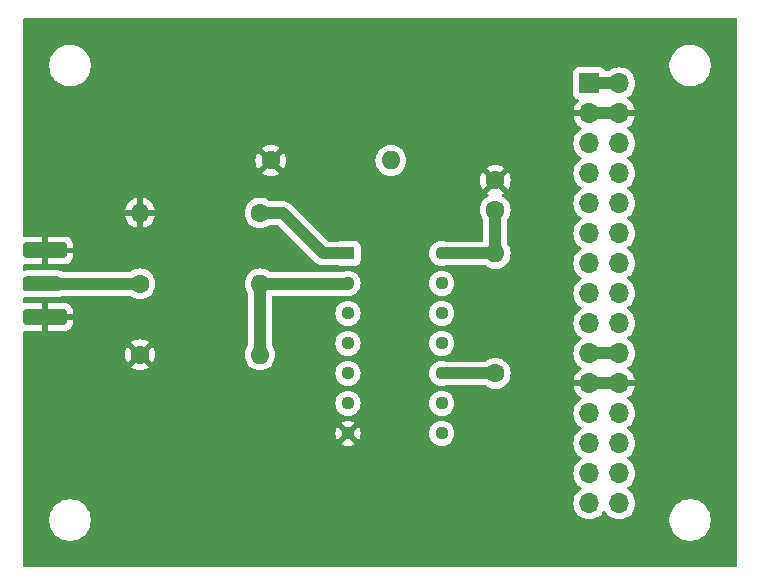
<source format=gbr>
%TF.GenerationSoftware,KiCad,Pcbnew,8.0.6*%
%TF.CreationDate,2025-07-03T11:32:56-04:00*%
%TF.ProjectId,pcb_reset_buffer,7063625f-7265-4736-9574-5f6275666665,rev?*%
%TF.SameCoordinates,Original*%
%TF.FileFunction,Copper,L1,Top*%
%TF.FilePolarity,Positive*%
%FSLAX46Y46*%
G04 Gerber Fmt 4.6, Leading zero omitted, Abs format (unit mm)*
G04 Created by KiCad (PCBNEW 8.0.6) date 2025-07-03 11:32:56*
%MOMM*%
%LPD*%
G01*
G04 APERTURE LIST*
G04 Aperture macros list*
%AMRoundRect*
0 Rectangle with rounded corners*
0 $1 Rounding radius*
0 $2 $3 $4 $5 $6 $7 $8 $9 X,Y pos of 4 corners*
0 Add a 4 corners polygon primitive as box body*
4,1,4,$2,$3,$4,$5,$6,$7,$8,$9,$2,$3,0*
0 Add four circle primitives for the rounded corners*
1,1,$1+$1,$2,$3*
1,1,$1+$1,$4,$5*
1,1,$1+$1,$6,$7*
1,1,$1+$1,$8,$9*
0 Add four rect primitives between the rounded corners*
20,1,$1+$1,$2,$3,$4,$5,0*
20,1,$1+$1,$4,$5,$6,$7,0*
20,1,$1+$1,$6,$7,$8,$9,0*
20,1,$1+$1,$8,$9,$2,$3,0*%
G04 Aperture macros list end*
%TA.AperFunction,ComponentPad*%
%ADD10C,1.600000*%
%TD*%
%TA.AperFunction,ComponentPad*%
%ADD11O,1.600000X1.600000*%
%TD*%
%TA.AperFunction,ComponentPad*%
%ADD12C,1.130000*%
%TD*%
%TA.AperFunction,ComponentPad*%
%ADD13R,1.130000X1.130000*%
%TD*%
%TA.AperFunction,SMDPad,CuDef*%
%ADD14RoundRect,0.250000X-1.350000X0.385000X-1.350000X-0.385000X1.350000X-0.385000X1.350000X0.385000X0*%
%TD*%
%TA.AperFunction,SMDPad,CuDef*%
%ADD15RoundRect,0.250000X-1.600000X0.425000X-1.600000X-0.425000X1.600000X-0.425000X1.600000X0.425000X0*%
%TD*%
%TA.AperFunction,ComponentPad*%
%ADD16R,1.700000X1.700000*%
%TD*%
%TA.AperFunction,ComponentPad*%
%ADD17O,1.700000X1.700000*%
%TD*%
%TA.AperFunction,ViaPad*%
%ADD18C,0.600000*%
%TD*%
%TA.AperFunction,Conductor*%
%ADD19C,1.000000*%
%TD*%
%TA.AperFunction,Conductor*%
%ADD20C,0.800000*%
%TD*%
G04 APERTURE END LIST*
D10*
%TO.P,R5,1*%
%TO.N,Net-(IC1-3~{OE})*%
X135000000Y-96580000D03*
D11*
%TO.P,R5,2*%
%TO.N,Vcc*%
X135000000Y-86420000D03*
%TD*%
D10*
%TO.P,C1,1*%
%TO.N,Vcc*%
X135000000Y-82750000D03*
%TO.P,C1,2*%
%TO.N,GND*%
X135000000Y-80250000D03*
%TD*%
D12*
%TO.P,IC1,14,VCC*%
%TO.N,Vcc*%
X130470000Y-86425000D03*
%TO.P,IC1,13,4~{OE}*%
%TO.N,unconnected-(IC1-4~{OE}-Pad13)*%
X130470000Y-88965000D03*
%TO.P,IC1,12,4A*%
%TO.N,2A*%
X130470000Y-91505000D03*
%TO.P,IC1,11,4Y*%
%TO.N,unconnected-(IC1-4Y-Pad11)*%
X130470000Y-94045000D03*
%TO.P,IC1,10,3~{OE}*%
%TO.N,Net-(IC1-3~{OE})*%
X130470000Y-96585000D03*
%TO.P,IC1,9,3A*%
%TO.N,2A*%
X130470000Y-99125000D03*
%TO.P,IC1,8,3Y*%
%TO.N,unconnected-(IC1-3Y-Pad8)*%
X130470000Y-101665000D03*
%TO.P,IC1,7,GND*%
%TO.N,GND*%
X122530000Y-101665000D03*
%TO.P,IC1,6,2Y*%
%TO.N,unconnected-(IC1-2Y-Pad6)*%
X122530000Y-99125000D03*
%TO.P,IC1,5,2A*%
%TO.N,2A*%
X122530000Y-96585000D03*
%TO.P,IC1,4,2~{OE}*%
%TO.N,unconnected-(IC1-2~{OE}-Pad4)*%
X122530000Y-94045000D03*
%TO.P,IC1,3,1Y*%
%TO.N,1Y*%
X122530000Y-91505000D03*
%TO.P,IC1,2,1A*%
%TO.N,Net-(IC1-1A)*%
X122530000Y-88965000D03*
D13*
%TO.P,IC1,1,1~{OE}*%
%TO.N,Net-(IC1-1~{OE})*%
X122530000Y-86425000D03*
%TD*%
D10*
%TO.P,R2,1*%
%TO.N,GND*%
X104920000Y-95000000D03*
D11*
%TO.P,R2,2*%
%TO.N,Net-(IC1-1A)*%
X115080000Y-95000000D03*
%TD*%
D10*
%TO.P,R3,1*%
%TO.N,Net-(IC1-1~{OE})*%
X115080000Y-83000000D03*
D11*
%TO.P,R3,2*%
%TO.N,GND*%
X104920000Y-83000000D03*
%TD*%
D14*
%TO.P,J1,1,In*%
%TO.N,Net-(J1-In)*%
X96662500Y-89000000D03*
D15*
%TO.P,J1,2,Ext*%
%TO.N,GND*%
X96912500Y-91825000D03*
X96912500Y-86175000D03*
%TD*%
D10*
%TO.P,R4,1*%
%TO.N,GND*%
X116000000Y-78545000D03*
D11*
%TO.P,R4,2*%
%TO.N,2A*%
X126160000Y-78545000D03*
%TD*%
D10*
%TO.P,R1,1*%
%TO.N,Net-(J1-In)*%
X104920000Y-89000000D03*
D11*
%TO.P,R1,2*%
%TO.N,Net-(IC1-1A)*%
X115080000Y-89000000D03*
%TD*%
D16*
%TO.P,J2,1,Pin_1*%
%TO.N,Vcc*%
X142960000Y-72020000D03*
D17*
%TO.P,J2,2,Pin_2*%
X145500000Y-72020000D03*
%TO.P,J2,3,Pin_3*%
%TO.N,GND*%
X142960000Y-74560000D03*
%TO.P,J2,4,Pin_4*%
X145500000Y-74560000D03*
%TO.P,J2,5,Pin_5*%
%TO.N,unconnected-(J2-Pin_5-Pad5)*%
X142960000Y-77100000D03*
%TO.P,J2,6,Pin_6*%
%TO.N,unconnected-(J2-Pin_6-Pad6)*%
X145500000Y-77100000D03*
%TO.P,J2,7,Pin_7*%
%TO.N,unconnected-(J2-Pin_7-Pad7)*%
X142960000Y-79640000D03*
%TO.P,J2,8,Pin_8*%
%TO.N,unconnected-(J2-Pin_8-Pad8)*%
X145500000Y-79640000D03*
%TO.P,J2,9,Pin_9*%
%TO.N,unconnected-(J2-Pin_9-Pad9)*%
X142960000Y-82180000D03*
%TO.P,J2,10,Pin_10*%
%TO.N,unconnected-(J2-Pin_10-Pad10)*%
X145500000Y-82180000D03*
%TO.P,J2,11,Pin_11*%
%TO.N,unconnected-(J2-Pin_11-Pad11)*%
X142960000Y-84720000D03*
%TO.P,J2,12,Pin_12*%
%TO.N,unconnected-(J2-Pin_12-Pad12)*%
X145500000Y-84720000D03*
%TO.P,J2,13,Pin_13*%
%TO.N,unconnected-(J2-Pin_13-Pad13)*%
X142960000Y-87260000D03*
%TO.P,J2,14,Pin_14*%
%TO.N,unconnected-(J2-Pin_14-Pad14)*%
X145500000Y-87260000D03*
%TO.P,J2,15,Pin_15*%
%TO.N,unconnected-(J2-Pin_15-Pad15)*%
X142960000Y-89800000D03*
%TO.P,J2,16,Pin_16*%
%TO.N,unconnected-(J2-Pin_16-Pad16)*%
X145500000Y-89800000D03*
%TO.P,J2,17,Pin_17*%
%TO.N,unconnected-(J2-Pin_17-Pad17)*%
X142960000Y-92340000D03*
%TO.P,J2,18,Pin_18*%
%TO.N,unconnected-(J2-Pin_18-Pad18)*%
X145500000Y-92340000D03*
%TO.P,J2,19,Pin_19*%
%TO.N,Net-(J2-Pin_19)*%
X142960000Y-94880000D03*
%TO.P,J2,20,Pin_20*%
X145500000Y-94880000D03*
%TO.P,J2,21,Pin_21*%
%TO.N,GND*%
X142960000Y-97420000D03*
%TO.P,J2,22,Pin_22*%
X145500000Y-97420000D03*
%TO.P,J2,23,Pin_23*%
%TO.N,unconnected-(J2-Pin_23-Pad23)*%
X142960000Y-99960000D03*
%TO.P,J2,24,Pin_24*%
%TO.N,unconnected-(J2-Pin_24-Pad24)*%
X145500000Y-99960000D03*
%TO.P,J2,25,Pin_25*%
%TO.N,unconnected-(J2-Pin_25-Pad25)*%
X142960000Y-102500000D03*
%TO.P,J2,26,Pin_26*%
%TO.N,unconnected-(J2-Pin_26-Pad26)*%
X145500000Y-102500000D03*
%TO.P,J2,27,Pin_27*%
%TO.N,unconnected-(J2-Pin_27-Pad27)*%
X142960000Y-105040000D03*
%TO.P,J2,28,Pin_28*%
%TO.N,unconnected-(J2-Pin_28-Pad28)*%
X145500000Y-105040000D03*
%TO.P,J2,29,Pin_29*%
%TO.N,1Y*%
X142960000Y-107580000D03*
%TO.P,J2,30,Pin_30*%
%TO.N,unconnected-(J2-Pin_30-Pad30)*%
X145500000Y-107580000D03*
%TD*%
D18*
%TO.N,GND*%
X100500000Y-100500000D03*
X110500000Y-102500000D03*
X106500000Y-77500000D03*
X134500000Y-103000000D03*
%TD*%
D19*
%TO.N,Net-(J2-Pin_19)*%
X142960000Y-94880000D02*
X145500000Y-94880000D01*
%TO.N,GND*%
X142960000Y-97420000D02*
X145500000Y-97420000D01*
%TO.N,Vcc*%
X142960000Y-72020000D02*
X145500000Y-72020000D01*
%TO.N,GND*%
X142960000Y-74560000D02*
X145500000Y-74560000D01*
%TO.N,Vcc*%
X135000000Y-86420000D02*
X135000000Y-82750000D01*
X134995000Y-86425000D02*
X135000000Y-86420000D01*
X130470000Y-86425000D02*
X134995000Y-86425000D01*
%TO.N,Net-(IC1-3~{OE})*%
X134995000Y-96585000D02*
X135000000Y-96580000D01*
X130470000Y-96585000D02*
X134995000Y-96585000D01*
%TO.N,Net-(IC1-1~{OE})*%
X120425000Y-86425000D02*
X117000000Y-83000000D01*
X122530000Y-86425000D02*
X120425000Y-86425000D01*
X117000000Y-83000000D02*
X115080000Y-83000000D01*
%TO.N,Net-(IC1-1A)*%
X122495000Y-89000000D02*
X122530000Y-88965000D01*
X115080000Y-89000000D02*
X122495000Y-89000000D01*
X115080000Y-89000000D02*
X115080000Y-95000000D01*
%TO.N,Net-(J1-In)*%
X96662500Y-89000000D02*
X104920000Y-89000000D01*
D20*
%TO.N,Net-(IC1-1A)*%
X115115000Y-88965000D02*
X115080000Y-89000000D01*
%TD*%
%TA.AperFunction,Conductor*%
%TO.N,GND*%
G36*
X145034075Y-97227007D02*
G01*
X145000000Y-97354174D01*
X145000000Y-97485826D01*
X145034075Y-97612993D01*
X145066988Y-97670000D01*
X143393012Y-97670000D01*
X143425925Y-97612993D01*
X143460000Y-97485826D01*
X143460000Y-97354174D01*
X143425925Y-97227007D01*
X143393012Y-97170000D01*
X145066988Y-97170000D01*
X145034075Y-97227007D01*
G37*
%TD.AperFunction*%
%TA.AperFunction,Conductor*%
G36*
X145034075Y-74367007D02*
G01*
X145000000Y-74494174D01*
X145000000Y-74625826D01*
X145034075Y-74752993D01*
X145066988Y-74810000D01*
X143393012Y-74810000D01*
X143425925Y-74752993D01*
X143460000Y-74625826D01*
X143460000Y-74494174D01*
X143425925Y-74367007D01*
X143393012Y-74310000D01*
X145066988Y-74310000D01*
X145034075Y-74367007D01*
G37*
%TD.AperFunction*%
%TA.AperFunction,Conductor*%
G36*
X155442539Y-66520185D02*
G01*
X155488294Y-66572989D01*
X155499500Y-66624500D01*
X155499500Y-112875500D01*
X155479815Y-112942539D01*
X155427011Y-112988294D01*
X155375500Y-112999500D01*
X95124500Y-112999500D01*
X95057461Y-112979815D01*
X95011706Y-112927011D01*
X95000500Y-112875500D01*
X95000500Y-108885258D01*
X97249500Y-108885258D01*
X97249500Y-109114741D01*
X97274446Y-109304215D01*
X97279452Y-109342238D01*
X97279453Y-109342240D01*
X97338842Y-109563887D01*
X97426650Y-109775876D01*
X97426657Y-109775890D01*
X97541392Y-109974617D01*
X97681081Y-110156661D01*
X97681089Y-110156670D01*
X97843330Y-110318911D01*
X97843338Y-110318918D01*
X98025382Y-110458607D01*
X98025385Y-110458608D01*
X98025388Y-110458611D01*
X98224112Y-110573344D01*
X98224117Y-110573346D01*
X98224123Y-110573349D01*
X98315480Y-110611190D01*
X98436113Y-110661158D01*
X98657762Y-110720548D01*
X98885266Y-110750500D01*
X98885273Y-110750500D01*
X99114727Y-110750500D01*
X99114734Y-110750500D01*
X99342238Y-110720548D01*
X99563887Y-110661158D01*
X99775888Y-110573344D01*
X99974612Y-110458611D01*
X100156661Y-110318919D01*
X100156665Y-110318914D01*
X100156670Y-110318911D01*
X100318911Y-110156670D01*
X100318914Y-110156665D01*
X100318919Y-110156661D01*
X100458611Y-109974612D01*
X100573344Y-109775888D01*
X100661158Y-109563887D01*
X100720548Y-109342238D01*
X100750500Y-109114734D01*
X100750500Y-108885266D01*
X100720548Y-108657762D01*
X100661158Y-108436113D01*
X100587311Y-108257830D01*
X100573349Y-108224123D01*
X100573346Y-108224117D01*
X100573344Y-108224112D01*
X100458611Y-108025388D01*
X100458608Y-108025385D01*
X100458607Y-108025382D01*
X100318918Y-107843338D01*
X100318911Y-107843330D01*
X100156670Y-107681089D01*
X100156661Y-107681081D01*
X99974617Y-107541392D01*
X99775890Y-107426657D01*
X99775876Y-107426650D01*
X99563887Y-107338842D01*
X99342238Y-107279452D01*
X99304215Y-107274446D01*
X99114741Y-107249500D01*
X99114734Y-107249500D01*
X98885266Y-107249500D01*
X98885258Y-107249500D01*
X98668715Y-107278009D01*
X98657762Y-107279452D01*
X98564076Y-107304554D01*
X98436112Y-107338842D01*
X98224123Y-107426650D01*
X98224109Y-107426657D01*
X98025382Y-107541392D01*
X97843338Y-107681081D01*
X97681081Y-107843338D01*
X97541392Y-108025382D01*
X97426657Y-108224109D01*
X97426650Y-108224123D01*
X97338842Y-108436112D01*
X97334745Y-108451402D01*
X97289974Y-108618495D01*
X97279453Y-108657759D01*
X97279451Y-108657770D01*
X97249500Y-108885258D01*
X95000500Y-108885258D01*
X95000500Y-101665000D01*
X121459847Y-101665000D01*
X121480409Y-101873774D01*
X121541309Y-102074534D01*
X121619892Y-102221552D01*
X121619893Y-102221552D01*
X122165000Y-101676446D01*
X122165000Y-101713053D01*
X122189874Y-101805885D01*
X122237927Y-101889116D01*
X122305884Y-101957073D01*
X122389115Y-102005126D01*
X122481947Y-102030000D01*
X122518553Y-102030000D01*
X121973445Y-102575106D01*
X122120465Y-102653690D01*
X122321227Y-102714590D01*
X122321223Y-102714590D01*
X122530000Y-102735152D01*
X122738774Y-102714590D01*
X122939532Y-102653690D01*
X123086553Y-102575105D01*
X122541448Y-102030000D01*
X122578053Y-102030000D01*
X122670885Y-102005126D01*
X122754116Y-101957073D01*
X122822073Y-101889116D01*
X122870126Y-101805885D01*
X122895000Y-101713053D01*
X122895000Y-101676447D01*
X123440105Y-102221552D01*
X123518690Y-102074532D01*
X123579590Y-101873774D01*
X123600152Y-101665000D01*
X129399345Y-101665000D01*
X129419917Y-101873876D01*
X129480844Y-102074723D01*
X129579779Y-102259818D01*
X129579783Y-102259825D01*
X129712932Y-102422067D01*
X129875174Y-102555216D01*
X129875181Y-102555220D01*
X130059406Y-102653690D01*
X130060278Y-102654156D01*
X130261126Y-102715083D01*
X130470000Y-102735655D01*
X130678874Y-102715083D01*
X130879722Y-102654156D01*
X131064824Y-102555217D01*
X131227067Y-102422067D01*
X131360217Y-102259824D01*
X131459156Y-102074722D01*
X131520083Y-101873874D01*
X131540655Y-101665000D01*
X131520083Y-101456126D01*
X131459156Y-101255278D01*
X131400289Y-101145145D01*
X131360220Y-101070181D01*
X131360216Y-101070174D01*
X131227067Y-100907932D01*
X131064825Y-100774783D01*
X131064818Y-100774779D01*
X130879723Y-100675844D01*
X130678876Y-100614917D01*
X130470000Y-100594345D01*
X130261123Y-100614917D01*
X130060276Y-100675844D01*
X129875181Y-100774779D01*
X129875174Y-100774783D01*
X129712932Y-100907932D01*
X129579783Y-101070174D01*
X129579779Y-101070181D01*
X129480844Y-101255276D01*
X129419917Y-101456123D01*
X129399345Y-101665000D01*
X123600152Y-101665000D01*
X123579590Y-101456225D01*
X123518690Y-101255465D01*
X123440106Y-101108445D01*
X122895000Y-101653551D01*
X122895000Y-101616947D01*
X122870126Y-101524115D01*
X122822073Y-101440884D01*
X122754116Y-101372927D01*
X122670885Y-101324874D01*
X122578053Y-101300000D01*
X122541448Y-101300000D01*
X123086552Y-100754893D01*
X123086552Y-100754892D01*
X122939534Y-100676309D01*
X122738772Y-100615409D01*
X122738776Y-100615409D01*
X122530000Y-100594847D01*
X122321225Y-100615409D01*
X122120471Y-100676307D01*
X121973446Y-100754893D01*
X122518553Y-101300000D01*
X122481947Y-101300000D01*
X122389115Y-101324874D01*
X122305884Y-101372927D01*
X122237927Y-101440884D01*
X122189874Y-101524115D01*
X122165000Y-101616947D01*
X122165000Y-101653552D01*
X121619893Y-101108446D01*
X121541307Y-101255471D01*
X121480409Y-101456225D01*
X121459847Y-101665000D01*
X95000500Y-101665000D01*
X95000500Y-99125000D01*
X121459345Y-99125000D01*
X121479917Y-99333876D01*
X121540844Y-99534723D01*
X121639779Y-99719818D01*
X121639783Y-99719825D01*
X121772932Y-99882067D01*
X121935174Y-100015216D01*
X121935181Y-100015220D01*
X122120276Y-100114155D01*
X122120278Y-100114156D01*
X122321126Y-100175083D01*
X122530000Y-100195655D01*
X122738874Y-100175083D01*
X122939722Y-100114156D01*
X123124824Y-100015217D01*
X123287067Y-99882067D01*
X123420217Y-99719824D01*
X123519156Y-99534722D01*
X123580083Y-99333874D01*
X123600655Y-99125000D01*
X129399345Y-99125000D01*
X129419917Y-99333876D01*
X129480844Y-99534723D01*
X129579779Y-99719818D01*
X129579783Y-99719825D01*
X129712932Y-99882067D01*
X129875174Y-100015216D01*
X129875181Y-100015220D01*
X130060276Y-100114155D01*
X130060278Y-100114156D01*
X130261126Y-100175083D01*
X130470000Y-100195655D01*
X130678874Y-100175083D01*
X130879722Y-100114156D01*
X131064824Y-100015217D01*
X131227067Y-99882067D01*
X131360217Y-99719824D01*
X131459156Y-99534722D01*
X131520083Y-99333874D01*
X131540655Y-99125000D01*
X131520083Y-98916126D01*
X131459156Y-98715278D01*
X131457508Y-98712195D01*
X131360220Y-98530181D01*
X131360216Y-98530174D01*
X131227067Y-98367932D01*
X131064825Y-98234783D01*
X131064818Y-98234779D01*
X130879723Y-98135844D01*
X130678876Y-98074917D01*
X130470000Y-98054345D01*
X130261123Y-98074917D01*
X130060276Y-98135844D01*
X129875181Y-98234779D01*
X129875174Y-98234783D01*
X129712932Y-98367932D01*
X129579783Y-98530174D01*
X129579779Y-98530181D01*
X129480844Y-98715276D01*
X129419917Y-98916123D01*
X129399345Y-99125000D01*
X123600655Y-99125000D01*
X123580083Y-98916126D01*
X123519156Y-98715278D01*
X123517508Y-98712195D01*
X123420220Y-98530181D01*
X123420216Y-98530174D01*
X123287067Y-98367932D01*
X123124825Y-98234783D01*
X123124818Y-98234779D01*
X122939723Y-98135844D01*
X122738876Y-98074917D01*
X122530000Y-98054345D01*
X122321123Y-98074917D01*
X122120276Y-98135844D01*
X121935181Y-98234779D01*
X121935174Y-98234783D01*
X121772932Y-98367932D01*
X121639783Y-98530174D01*
X121639779Y-98530181D01*
X121540844Y-98715276D01*
X121479917Y-98916123D01*
X121459345Y-99125000D01*
X95000500Y-99125000D01*
X95000500Y-96585000D01*
X121459345Y-96585000D01*
X121479917Y-96793876D01*
X121540844Y-96994723D01*
X121639779Y-97179818D01*
X121639783Y-97179825D01*
X121772932Y-97342067D01*
X121935174Y-97475216D01*
X121935181Y-97475220D01*
X122120276Y-97574155D01*
X122120278Y-97574156D01*
X122321126Y-97635083D01*
X122530000Y-97655655D01*
X122738874Y-97635083D01*
X122939722Y-97574156D01*
X123124824Y-97475217D01*
X123287067Y-97342067D01*
X123420217Y-97179824D01*
X123519156Y-96994722D01*
X123580083Y-96793874D01*
X123600655Y-96585000D01*
X129399345Y-96585000D01*
X129419917Y-96793876D01*
X129480844Y-96994723D01*
X129579779Y-97179818D01*
X129579783Y-97179825D01*
X129712932Y-97342067D01*
X129875174Y-97475216D01*
X129875181Y-97475220D01*
X130060276Y-97574155D01*
X130060278Y-97574156D01*
X130261126Y-97635083D01*
X130470000Y-97655655D01*
X130678874Y-97635083D01*
X130777434Y-97605185D01*
X130824727Y-97590839D01*
X130860722Y-97585500D01*
X134129553Y-97585500D01*
X134196592Y-97605185D01*
X134200663Y-97607916D01*
X134347266Y-97710568D01*
X134553504Y-97806739D01*
X134773308Y-97865635D01*
X134935230Y-97879801D01*
X134999998Y-97885468D01*
X135000000Y-97885468D01*
X135000002Y-97885468D01*
X135056673Y-97880509D01*
X135226692Y-97865635D01*
X135446496Y-97806739D01*
X135652734Y-97710568D01*
X135839139Y-97580047D01*
X136000047Y-97419139D01*
X136130568Y-97232734D01*
X136226739Y-97026496D01*
X136285635Y-96806692D01*
X136305468Y-96580000D01*
X136285635Y-96353308D01*
X136226739Y-96133504D01*
X136130568Y-95927266D01*
X136000047Y-95740861D01*
X136000045Y-95740858D01*
X135839141Y-95579954D01*
X135652734Y-95449432D01*
X135652732Y-95449431D01*
X135446497Y-95353261D01*
X135446488Y-95353258D01*
X135226697Y-95294366D01*
X135226693Y-95294365D01*
X135226692Y-95294365D01*
X135226691Y-95294364D01*
X135226686Y-95294364D01*
X135000002Y-95274532D01*
X134999998Y-95274532D01*
X134773313Y-95294364D01*
X134773302Y-95294366D01*
X134553511Y-95353258D01*
X134553502Y-95353261D01*
X134347267Y-95449431D01*
X134347265Y-95449432D01*
X134186393Y-95562075D01*
X134120186Y-95584402D01*
X134115270Y-95584500D01*
X130860722Y-95584500D01*
X130824727Y-95579161D01*
X130678872Y-95534916D01*
X130470000Y-95514345D01*
X130261123Y-95534917D01*
X130060276Y-95595844D01*
X129875181Y-95694779D01*
X129875174Y-95694783D01*
X129712932Y-95827932D01*
X129579783Y-95990174D01*
X129579779Y-95990181D01*
X129480844Y-96175276D01*
X129419917Y-96376123D01*
X129399345Y-96585000D01*
X123600655Y-96585000D01*
X123580083Y-96376126D01*
X123519156Y-96175278D01*
X123495258Y-96130568D01*
X123420220Y-95990181D01*
X123420216Y-95990174D01*
X123287067Y-95827932D01*
X123124825Y-95694783D01*
X123124818Y-95694779D01*
X122939723Y-95595844D01*
X122738876Y-95534917D01*
X122530000Y-95514345D01*
X122321123Y-95534917D01*
X122120276Y-95595844D01*
X121935181Y-95694779D01*
X121935174Y-95694783D01*
X121772932Y-95827932D01*
X121639783Y-95990174D01*
X121639779Y-95990181D01*
X121540844Y-96175276D01*
X121479917Y-96376123D01*
X121459345Y-96585000D01*
X95000500Y-96585000D01*
X95000500Y-94999997D01*
X103615034Y-94999997D01*
X103615034Y-95000002D01*
X103634858Y-95226599D01*
X103634860Y-95226610D01*
X103693730Y-95446317D01*
X103693734Y-95446327D01*
X103789863Y-95652478D01*
X103840974Y-95725472D01*
X104520000Y-95046446D01*
X104520000Y-95052661D01*
X104547259Y-95154394D01*
X104599920Y-95245606D01*
X104674394Y-95320080D01*
X104765606Y-95372741D01*
X104867339Y-95400000D01*
X104873553Y-95400000D01*
X104194526Y-96079025D01*
X104267513Y-96130132D01*
X104267521Y-96130136D01*
X104473668Y-96226264D01*
X104473682Y-96226269D01*
X104693389Y-96285139D01*
X104693400Y-96285141D01*
X104919998Y-96304966D01*
X104920002Y-96304966D01*
X105146599Y-96285141D01*
X105146610Y-96285139D01*
X105366317Y-96226269D01*
X105366331Y-96226264D01*
X105572478Y-96130136D01*
X105645471Y-96079024D01*
X104966447Y-95400000D01*
X104972661Y-95400000D01*
X105074394Y-95372741D01*
X105165606Y-95320080D01*
X105240080Y-95245606D01*
X105292741Y-95154394D01*
X105320000Y-95052661D01*
X105320000Y-95046447D01*
X105999024Y-95725471D01*
X106050136Y-95652478D01*
X106146266Y-95446327D01*
X106146269Y-95446317D01*
X106205139Y-95226610D01*
X106205141Y-95226599D01*
X106224966Y-95000002D01*
X106224966Y-94999997D01*
X106205141Y-94773400D01*
X106205139Y-94773389D01*
X106146269Y-94553682D01*
X106146264Y-94553668D01*
X106050136Y-94347521D01*
X106050132Y-94347513D01*
X105999025Y-94274526D01*
X105320000Y-94953551D01*
X105320000Y-94947339D01*
X105292741Y-94845606D01*
X105240080Y-94754394D01*
X105165606Y-94679920D01*
X105074394Y-94627259D01*
X104972661Y-94600000D01*
X104966448Y-94600000D01*
X105645472Y-93920974D01*
X105572478Y-93869863D01*
X105366331Y-93773735D01*
X105366317Y-93773730D01*
X105146610Y-93714860D01*
X105146599Y-93714858D01*
X104920002Y-93695034D01*
X104919998Y-93695034D01*
X104693400Y-93714858D01*
X104693389Y-93714860D01*
X104473682Y-93773730D01*
X104473673Y-93773734D01*
X104267516Y-93869866D01*
X104267512Y-93869868D01*
X104194526Y-93920973D01*
X104194526Y-93920974D01*
X104873553Y-94600000D01*
X104867339Y-94600000D01*
X104765606Y-94627259D01*
X104674394Y-94679920D01*
X104599920Y-94754394D01*
X104547259Y-94845606D01*
X104520000Y-94947339D01*
X104520000Y-94953552D01*
X103840974Y-94274526D01*
X103840973Y-94274526D01*
X103789868Y-94347512D01*
X103789866Y-94347516D01*
X103693734Y-94553673D01*
X103693730Y-94553682D01*
X103634860Y-94773389D01*
X103634858Y-94773400D01*
X103615034Y-94999997D01*
X95000500Y-94999997D01*
X95000500Y-93108437D01*
X95020185Y-93041398D01*
X95072989Y-92995643D01*
X95142147Y-92985699D01*
X95153145Y-92988291D01*
X95153189Y-92988089D01*
X95159809Y-92989506D01*
X95262519Y-92999999D01*
X96662499Y-92999999D01*
X97162500Y-92999999D01*
X98562472Y-92999999D01*
X98562486Y-92999998D01*
X98665197Y-92989505D01*
X98831619Y-92934358D01*
X98831624Y-92934356D01*
X98980845Y-92842315D01*
X99104815Y-92718345D01*
X99196856Y-92569124D01*
X99196858Y-92569119D01*
X99252005Y-92402697D01*
X99252006Y-92402690D01*
X99262499Y-92299986D01*
X99262500Y-92299973D01*
X99262500Y-92075000D01*
X97162500Y-92075000D01*
X97162500Y-92999999D01*
X96662499Y-92999999D01*
X96662500Y-92999998D01*
X96662500Y-91575000D01*
X97162500Y-91575000D01*
X99262499Y-91575000D01*
X99262499Y-91350028D01*
X99262498Y-91350013D01*
X99252005Y-91247302D01*
X99196858Y-91080880D01*
X99196856Y-91080875D01*
X99104815Y-90931654D01*
X98980845Y-90807684D01*
X98831624Y-90715643D01*
X98831619Y-90715641D01*
X98665197Y-90660494D01*
X98665190Y-90660493D01*
X98562486Y-90650000D01*
X97162500Y-90650000D01*
X97162500Y-91575000D01*
X96662500Y-91575000D01*
X96662500Y-90650000D01*
X95262528Y-90650000D01*
X95262512Y-90650001D01*
X95159798Y-90660494D01*
X95153181Y-90661911D01*
X95152695Y-90659643D01*
X95093650Y-90661662D01*
X95033616Y-90625918D01*
X95002437Y-90563391D01*
X95000500Y-90541561D01*
X95000500Y-90243964D01*
X95020185Y-90176925D01*
X95072989Y-90131170D01*
X95142147Y-90121226D01*
X95153040Y-90123793D01*
X95153086Y-90123582D01*
X95159701Y-90124998D01*
X95159703Y-90124999D01*
X95262491Y-90135500D01*
X98062508Y-90135499D01*
X98165297Y-90124999D01*
X98331834Y-90069814D01*
X98387217Y-90035654D01*
X98414281Y-90018961D01*
X98479377Y-90000500D01*
X104042412Y-90000500D01*
X104109451Y-90020185D01*
X104113523Y-90022917D01*
X104267266Y-90130568D01*
X104473504Y-90226739D01*
X104693308Y-90285635D01*
X104855230Y-90299801D01*
X104919998Y-90305468D01*
X104920000Y-90305468D01*
X104920002Y-90305468D01*
X104976673Y-90300509D01*
X105146692Y-90285635D01*
X105366496Y-90226739D01*
X105572734Y-90130568D01*
X105759139Y-90000047D01*
X105920047Y-89839139D01*
X106050568Y-89652734D01*
X106146739Y-89446496D01*
X106205635Y-89226692D01*
X106225468Y-89000000D01*
X106225468Y-88999998D01*
X113774532Y-88999998D01*
X113774532Y-89000001D01*
X113794364Y-89226686D01*
X113794366Y-89226697D01*
X113853258Y-89446488D01*
X113853261Y-89446497D01*
X113949431Y-89652732D01*
X113949432Y-89652734D01*
X114057075Y-89806465D01*
X114079402Y-89872671D01*
X114079500Y-89877588D01*
X114079500Y-94122410D01*
X114059815Y-94189449D01*
X114057076Y-94193532D01*
X113949431Y-94347267D01*
X113853261Y-94553502D01*
X113853258Y-94553511D01*
X113794366Y-94773302D01*
X113794364Y-94773313D01*
X113774532Y-94999998D01*
X113774532Y-95000001D01*
X113794364Y-95226686D01*
X113794366Y-95226697D01*
X113853258Y-95446488D01*
X113853261Y-95446497D01*
X113949431Y-95652732D01*
X113949432Y-95652734D01*
X114079954Y-95839141D01*
X114240858Y-96000045D01*
X114240861Y-96000047D01*
X114427266Y-96130568D01*
X114633504Y-96226739D01*
X114853308Y-96285635D01*
X115015230Y-96299801D01*
X115079998Y-96305468D01*
X115080000Y-96305468D01*
X115080002Y-96305468D01*
X115136673Y-96300509D01*
X115306692Y-96285635D01*
X115526496Y-96226739D01*
X115732734Y-96130568D01*
X115919139Y-96000047D01*
X116080047Y-95839139D01*
X116210568Y-95652734D01*
X116306739Y-95446496D01*
X116365635Y-95226692D01*
X116385468Y-95000000D01*
X116365635Y-94773308D01*
X116306739Y-94553504D01*
X116210568Y-94347266D01*
X116108973Y-94202171D01*
X116102924Y-94193532D01*
X116080597Y-94127326D01*
X116080500Y-94122410D01*
X116080500Y-94045000D01*
X121459345Y-94045000D01*
X121479917Y-94253876D01*
X121540844Y-94454723D01*
X121639779Y-94639818D01*
X121639783Y-94639825D01*
X121772932Y-94802067D01*
X121935174Y-94935216D01*
X121935181Y-94935220D01*
X122056378Y-95000001D01*
X122120278Y-95034156D01*
X122321126Y-95095083D01*
X122530000Y-95115655D01*
X122738874Y-95095083D01*
X122939722Y-95034156D01*
X123124824Y-94935217D01*
X123287067Y-94802067D01*
X123420217Y-94639824D01*
X123519156Y-94454722D01*
X123580083Y-94253874D01*
X123600655Y-94045000D01*
X129399345Y-94045000D01*
X129419917Y-94253876D01*
X129480844Y-94454723D01*
X129579779Y-94639818D01*
X129579783Y-94639825D01*
X129712932Y-94802067D01*
X129875174Y-94935216D01*
X129875181Y-94935220D01*
X129996378Y-95000001D01*
X130060278Y-95034156D01*
X130261126Y-95095083D01*
X130470000Y-95115655D01*
X130678874Y-95095083D01*
X130879722Y-95034156D01*
X131064824Y-94935217D01*
X131227067Y-94802067D01*
X131360217Y-94639824D01*
X131459156Y-94454722D01*
X131520083Y-94253874D01*
X131540655Y-94045000D01*
X131520083Y-93836126D01*
X131459156Y-93635278D01*
X131400289Y-93525145D01*
X131360220Y-93450181D01*
X131360216Y-93450174D01*
X131227067Y-93287932D01*
X131064825Y-93154783D01*
X131064818Y-93154779D01*
X130879723Y-93055844D01*
X130678876Y-92994917D01*
X130470000Y-92974345D01*
X130261123Y-92994917D01*
X130060276Y-93055844D01*
X129875181Y-93154779D01*
X129875174Y-93154783D01*
X129712932Y-93287932D01*
X129579783Y-93450174D01*
X129579779Y-93450181D01*
X129480844Y-93635276D01*
X129419917Y-93836123D01*
X129399345Y-94045000D01*
X123600655Y-94045000D01*
X123580083Y-93836126D01*
X123519156Y-93635278D01*
X123460289Y-93525145D01*
X123420220Y-93450181D01*
X123420216Y-93450174D01*
X123287067Y-93287932D01*
X123124825Y-93154783D01*
X123124818Y-93154779D01*
X122939723Y-93055844D01*
X122738876Y-92994917D01*
X122530000Y-92974345D01*
X122321123Y-92994917D01*
X122120276Y-93055844D01*
X121935181Y-93154779D01*
X121935174Y-93154783D01*
X121772932Y-93287932D01*
X121639783Y-93450174D01*
X121639779Y-93450181D01*
X121540844Y-93635276D01*
X121479917Y-93836123D01*
X121459345Y-94045000D01*
X116080500Y-94045000D01*
X116080500Y-91505000D01*
X121459345Y-91505000D01*
X121479917Y-91713876D01*
X121540844Y-91914723D01*
X121639779Y-92099818D01*
X121639783Y-92099825D01*
X121772932Y-92262067D01*
X121935174Y-92395216D01*
X121935181Y-92395220D01*
X121949170Y-92402697D01*
X122120278Y-92494156D01*
X122321126Y-92555083D01*
X122530000Y-92575655D01*
X122738874Y-92555083D01*
X122939722Y-92494156D01*
X123124824Y-92395217D01*
X123287067Y-92262067D01*
X123420217Y-92099824D01*
X123519156Y-91914722D01*
X123580083Y-91713874D01*
X123600655Y-91505000D01*
X129399345Y-91505000D01*
X129419917Y-91713876D01*
X129480844Y-91914723D01*
X129579779Y-92099818D01*
X129579783Y-92099825D01*
X129712932Y-92262067D01*
X129875174Y-92395216D01*
X129875181Y-92395220D01*
X129889170Y-92402697D01*
X130060278Y-92494156D01*
X130261126Y-92555083D01*
X130470000Y-92575655D01*
X130678874Y-92555083D01*
X130879722Y-92494156D01*
X131064824Y-92395217D01*
X131227067Y-92262067D01*
X131360217Y-92099824D01*
X131459156Y-91914722D01*
X131520083Y-91713874D01*
X131540655Y-91505000D01*
X131520083Y-91296126D01*
X131459156Y-91095278D01*
X131451460Y-91080880D01*
X131360220Y-90910181D01*
X131360216Y-90910174D01*
X131227067Y-90747932D01*
X131064825Y-90614783D01*
X131064818Y-90614779D01*
X130879723Y-90515844D01*
X130678876Y-90454917D01*
X130470000Y-90434345D01*
X130261123Y-90454917D01*
X130060276Y-90515844D01*
X129875181Y-90614779D01*
X129875174Y-90614783D01*
X129712932Y-90747932D01*
X129579783Y-90910174D01*
X129579779Y-90910181D01*
X129480844Y-91095276D01*
X129419917Y-91296123D01*
X129399345Y-91505000D01*
X123600655Y-91505000D01*
X123580083Y-91296126D01*
X123519156Y-91095278D01*
X123511460Y-91080880D01*
X123420220Y-90910181D01*
X123420216Y-90910174D01*
X123287067Y-90747932D01*
X123124825Y-90614783D01*
X123124818Y-90614779D01*
X122939723Y-90515844D01*
X122738876Y-90454917D01*
X122530000Y-90434345D01*
X122321123Y-90454917D01*
X122120276Y-90515844D01*
X121935181Y-90614779D01*
X121935174Y-90614783D01*
X121772932Y-90747932D01*
X121639783Y-90910174D01*
X121639779Y-90910181D01*
X121540844Y-91095276D01*
X121479917Y-91296123D01*
X121459345Y-91505000D01*
X116080500Y-91505000D01*
X116080500Y-90124500D01*
X116100185Y-90057461D01*
X116152989Y-90011706D01*
X116204500Y-90000500D01*
X122254660Y-90000500D01*
X122290655Y-90005839D01*
X122321126Y-90015083D01*
X122321125Y-90015083D01*
X122341697Y-90017109D01*
X122530000Y-90035655D01*
X122738874Y-90015083D01*
X122939722Y-89954156D01*
X123124824Y-89855217D01*
X123287067Y-89722067D01*
X123420217Y-89559824D01*
X123519156Y-89374722D01*
X123580083Y-89173874D01*
X123600655Y-88965000D01*
X129399345Y-88965000D01*
X129419917Y-89173876D01*
X129480844Y-89374723D01*
X129579779Y-89559818D01*
X129579783Y-89559825D01*
X129712932Y-89722067D01*
X129875174Y-89855216D01*
X129875181Y-89855220D01*
X129907830Y-89872671D01*
X130060278Y-89954156D01*
X130261126Y-90015083D01*
X130470000Y-90035655D01*
X130678874Y-90015083D01*
X130879722Y-89954156D01*
X131064824Y-89855217D01*
X131227067Y-89722067D01*
X131360217Y-89559824D01*
X131459156Y-89374722D01*
X131520083Y-89173874D01*
X131540655Y-88965000D01*
X131520083Y-88756126D01*
X131459156Y-88555278D01*
X131400289Y-88445145D01*
X131360220Y-88370181D01*
X131360216Y-88370174D01*
X131227067Y-88207932D01*
X131064825Y-88074783D01*
X131064818Y-88074779D01*
X130879723Y-87975844D01*
X130678876Y-87914917D01*
X130470000Y-87894345D01*
X130261123Y-87914917D01*
X130060276Y-87975844D01*
X129875181Y-88074779D01*
X129875174Y-88074783D01*
X129712932Y-88207932D01*
X129579783Y-88370174D01*
X129579779Y-88370181D01*
X129480844Y-88555276D01*
X129419917Y-88756123D01*
X129399345Y-88965000D01*
X123600655Y-88965000D01*
X123580083Y-88756126D01*
X123519156Y-88555278D01*
X123460289Y-88445145D01*
X123420220Y-88370181D01*
X123420216Y-88370174D01*
X123287067Y-88207932D01*
X123124825Y-88074783D01*
X123124818Y-88074779D01*
X122939723Y-87975844D01*
X122738876Y-87914917D01*
X122530000Y-87894345D01*
X122321123Y-87914917D01*
X122120276Y-87975844D01*
X122103413Y-87984858D01*
X122044960Y-87999500D01*
X115957588Y-87999500D01*
X115890549Y-87979815D01*
X115886465Y-87977075D01*
X115841859Y-87945842D01*
X115732734Y-87869432D01*
X115722160Y-87864501D01*
X115526497Y-87773261D01*
X115526488Y-87773258D01*
X115306697Y-87714366D01*
X115306693Y-87714365D01*
X115306692Y-87714365D01*
X115306691Y-87714364D01*
X115306686Y-87714364D01*
X115080002Y-87694532D01*
X115079998Y-87694532D01*
X114853313Y-87714364D01*
X114853302Y-87714366D01*
X114633511Y-87773258D01*
X114633502Y-87773261D01*
X114427267Y-87869431D01*
X114427265Y-87869432D01*
X114240858Y-87999954D01*
X114079954Y-88160858D01*
X113949432Y-88347265D01*
X113949431Y-88347267D01*
X113853261Y-88553502D01*
X113853258Y-88553511D01*
X113794366Y-88773302D01*
X113794364Y-88773313D01*
X113774532Y-88999998D01*
X106225468Y-88999998D01*
X106205635Y-88773308D01*
X106146739Y-88553504D01*
X106050568Y-88347266D01*
X105920047Y-88160861D01*
X105920045Y-88160858D01*
X105759141Y-87999954D01*
X105572734Y-87869432D01*
X105572732Y-87869431D01*
X105366497Y-87773261D01*
X105366488Y-87773258D01*
X105146697Y-87714366D01*
X105146693Y-87714365D01*
X105146692Y-87714365D01*
X105146691Y-87714364D01*
X105146686Y-87714364D01*
X104920002Y-87694532D01*
X104919998Y-87694532D01*
X104693313Y-87714364D01*
X104693302Y-87714366D01*
X104473511Y-87773258D01*
X104473502Y-87773261D01*
X104267267Y-87869431D01*
X104267265Y-87869432D01*
X104113535Y-87977075D01*
X104047329Y-87999402D01*
X104042412Y-87999500D01*
X98479377Y-87999500D01*
X98414281Y-87981039D01*
X98331840Y-87930189D01*
X98331835Y-87930187D01*
X98331834Y-87930186D01*
X98165297Y-87875001D01*
X98165295Y-87875000D01*
X98062510Y-87864500D01*
X95262498Y-87864500D01*
X95262481Y-87864501D01*
X95159703Y-87875000D01*
X95153078Y-87876419D01*
X95152585Y-87874117D01*
X95093668Y-87876141D01*
X95033629Y-87840406D01*
X95002440Y-87777883D01*
X95000500Y-87756035D01*
X95000500Y-87458437D01*
X95020185Y-87391398D01*
X95072989Y-87345643D01*
X95142147Y-87335699D01*
X95153145Y-87338291D01*
X95153189Y-87338089D01*
X95159809Y-87339506D01*
X95262519Y-87349999D01*
X96662499Y-87349999D01*
X97162500Y-87349999D01*
X98562472Y-87349999D01*
X98562486Y-87349998D01*
X98665197Y-87339505D01*
X98831619Y-87284358D01*
X98831624Y-87284356D01*
X98980845Y-87192315D01*
X99104815Y-87068345D01*
X99196856Y-86919124D01*
X99196858Y-86919119D01*
X99252005Y-86752697D01*
X99252006Y-86752690D01*
X99262499Y-86649986D01*
X99262500Y-86649973D01*
X99262500Y-86425000D01*
X97162500Y-86425000D01*
X97162500Y-87349999D01*
X96662499Y-87349999D01*
X96662500Y-87349998D01*
X96662500Y-85925000D01*
X97162500Y-85925000D01*
X99262499Y-85925000D01*
X99262499Y-85700028D01*
X99262498Y-85700013D01*
X99252005Y-85597302D01*
X99196858Y-85430880D01*
X99196856Y-85430875D01*
X99104815Y-85281654D01*
X98980845Y-85157684D01*
X98831624Y-85065643D01*
X98831619Y-85065641D01*
X98665197Y-85010494D01*
X98665190Y-85010493D01*
X98562486Y-85000000D01*
X97162500Y-85000000D01*
X97162500Y-85925000D01*
X96662500Y-85925000D01*
X96662500Y-85000000D01*
X95262528Y-85000000D01*
X95262512Y-85000001D01*
X95159798Y-85010494D01*
X95153181Y-85011911D01*
X95152695Y-85009643D01*
X95093650Y-85011662D01*
X95033616Y-84975918D01*
X95002437Y-84913391D01*
X95000500Y-84891561D01*
X95000500Y-82749999D01*
X103641127Y-82749999D01*
X103641128Y-82750000D01*
X104604314Y-82750000D01*
X104599920Y-82754394D01*
X104547259Y-82845606D01*
X104520000Y-82947339D01*
X104520000Y-83052661D01*
X104547259Y-83154394D01*
X104599920Y-83245606D01*
X104604314Y-83250000D01*
X103641128Y-83250000D01*
X103693730Y-83446317D01*
X103693734Y-83446326D01*
X103789865Y-83652482D01*
X103920342Y-83838820D01*
X104081179Y-83999657D01*
X104267517Y-84130134D01*
X104473673Y-84226265D01*
X104473682Y-84226269D01*
X104669999Y-84278872D01*
X104670000Y-84278871D01*
X104670000Y-83315686D01*
X104674394Y-83320080D01*
X104765606Y-83372741D01*
X104867339Y-83400000D01*
X104972661Y-83400000D01*
X105074394Y-83372741D01*
X105165606Y-83320080D01*
X105170000Y-83315686D01*
X105170000Y-84278872D01*
X105366317Y-84226269D01*
X105366326Y-84226265D01*
X105572482Y-84130134D01*
X105758820Y-83999657D01*
X105919657Y-83838820D01*
X106050134Y-83652482D01*
X106146265Y-83446326D01*
X106146269Y-83446317D01*
X106198872Y-83250000D01*
X105235686Y-83250000D01*
X105240080Y-83245606D01*
X105292741Y-83154394D01*
X105320000Y-83052661D01*
X105320000Y-82999998D01*
X113774532Y-82999998D01*
X113774532Y-83000001D01*
X113794364Y-83226686D01*
X113794366Y-83226697D01*
X113853258Y-83446488D01*
X113853261Y-83446497D01*
X113949431Y-83652732D01*
X113949432Y-83652734D01*
X114079954Y-83839141D01*
X114240858Y-84000045D01*
X114240861Y-84000047D01*
X114427266Y-84130568D01*
X114633504Y-84226739D01*
X114853308Y-84285635D01*
X115015230Y-84299801D01*
X115079998Y-84305468D01*
X115080000Y-84305468D01*
X115080002Y-84305468D01*
X115136673Y-84300509D01*
X115306692Y-84285635D01*
X115526496Y-84226739D01*
X115732734Y-84130568D01*
X115886465Y-84022924D01*
X115952671Y-84000598D01*
X115957588Y-84000500D01*
X116534218Y-84000500D01*
X116601257Y-84020185D01*
X116621898Y-84036818D01*
X119647860Y-87062781D01*
X119647861Y-87062782D01*
X119767146Y-87182067D01*
X119787219Y-87202140D01*
X119951080Y-87311628D01*
X119951086Y-87311632D01*
X120037791Y-87347546D01*
X120133164Y-87387051D01*
X120299035Y-87420045D01*
X120326454Y-87425499D01*
X120326457Y-87425500D01*
X120326459Y-87425500D01*
X121678053Y-87425500D01*
X121721386Y-87433318D01*
X121857517Y-87484091D01*
X121857516Y-87484091D01*
X121864444Y-87484835D01*
X121917127Y-87490500D01*
X123142872Y-87490499D01*
X123202483Y-87484091D01*
X123337331Y-87433796D01*
X123452546Y-87347546D01*
X123538796Y-87232331D01*
X123589091Y-87097483D01*
X123595500Y-87037873D01*
X123595499Y-86425000D01*
X129399345Y-86425000D01*
X129419917Y-86633876D01*
X129480844Y-86834723D01*
X129579779Y-87019818D01*
X129579783Y-87019825D01*
X129712932Y-87182067D01*
X129875174Y-87315216D01*
X129875181Y-87315220D01*
X130009566Y-87387050D01*
X130060278Y-87414156D01*
X130261126Y-87475083D01*
X130470000Y-87495655D01*
X130678874Y-87475083D01*
X130777434Y-87445185D01*
X130824727Y-87430839D01*
X130860722Y-87425500D01*
X134129553Y-87425500D01*
X134196592Y-87445185D01*
X134200663Y-87447916D01*
X134347266Y-87550568D01*
X134553504Y-87646739D01*
X134773308Y-87705635D01*
X134935230Y-87719801D01*
X134999998Y-87725468D01*
X135000000Y-87725468D01*
X135000002Y-87725468D01*
X135056673Y-87720509D01*
X135226692Y-87705635D01*
X135446496Y-87646739D01*
X135652734Y-87550568D01*
X135839139Y-87420047D01*
X136000047Y-87259139D01*
X136130568Y-87072734D01*
X136226739Y-86866496D01*
X136285635Y-86646692D01*
X136305468Y-86420000D01*
X136285635Y-86193308D01*
X136226739Y-85973504D01*
X136130568Y-85767266D01*
X136022924Y-85613532D01*
X136000597Y-85547326D01*
X136000500Y-85542410D01*
X136000500Y-83627588D01*
X136020185Y-83560549D01*
X136022925Y-83556465D01*
X136030277Y-83545965D01*
X136130568Y-83402734D01*
X136226739Y-83196496D01*
X136285635Y-82976692D01*
X136305468Y-82750000D01*
X136285635Y-82523308D01*
X136226739Y-82303504D01*
X136130568Y-82097266D01*
X136023668Y-81944596D01*
X136000045Y-81910858D01*
X135839141Y-81749954D01*
X135652734Y-81619432D01*
X135652730Y-81619430D01*
X135637022Y-81612105D01*
X135584583Y-81565931D01*
X135565433Y-81498737D01*
X135585650Y-81431857D01*
X135637028Y-81387340D01*
X135652481Y-81380134D01*
X135725471Y-81329024D01*
X135046447Y-80650000D01*
X135052661Y-80650000D01*
X135154394Y-80622741D01*
X135245606Y-80570080D01*
X135320080Y-80495606D01*
X135372741Y-80404394D01*
X135400000Y-80302661D01*
X135400000Y-80296447D01*
X136079024Y-80975471D01*
X136130136Y-80902478D01*
X136226264Y-80696331D01*
X136226269Y-80696317D01*
X136285139Y-80476610D01*
X136285141Y-80476599D01*
X136304966Y-80250002D01*
X136304966Y-80249997D01*
X136285141Y-80023400D01*
X136285139Y-80023389D01*
X136226269Y-79803682D01*
X136226264Y-79803668D01*
X136130136Y-79597521D01*
X136130132Y-79597513D01*
X136079025Y-79524526D01*
X135400000Y-80203551D01*
X135400000Y-80197339D01*
X135372741Y-80095606D01*
X135320080Y-80004394D01*
X135245606Y-79929920D01*
X135154394Y-79877259D01*
X135052661Y-79850000D01*
X135046448Y-79850000D01*
X135725472Y-79170974D01*
X135652478Y-79119863D01*
X135446331Y-79023735D01*
X135446317Y-79023730D01*
X135226610Y-78964860D01*
X135226599Y-78964858D01*
X135000002Y-78945034D01*
X134999998Y-78945034D01*
X134773400Y-78964858D01*
X134773389Y-78964860D01*
X134553682Y-79023730D01*
X134553673Y-79023734D01*
X134347516Y-79119866D01*
X134347512Y-79119868D01*
X134274526Y-79170973D01*
X134274526Y-79170974D01*
X134953553Y-79850000D01*
X134947339Y-79850000D01*
X134845606Y-79877259D01*
X134754394Y-79929920D01*
X134679920Y-80004394D01*
X134627259Y-80095606D01*
X134600000Y-80197339D01*
X134600000Y-80203552D01*
X133920974Y-79524526D01*
X133920973Y-79524526D01*
X133869868Y-79597512D01*
X133869866Y-79597516D01*
X133773734Y-79803673D01*
X133773730Y-79803682D01*
X133714860Y-80023389D01*
X133714858Y-80023400D01*
X133695034Y-80249997D01*
X133695034Y-80250002D01*
X133714858Y-80476599D01*
X133714860Y-80476610D01*
X133773730Y-80696317D01*
X133773735Y-80696331D01*
X133869863Y-80902478D01*
X133920974Y-80975472D01*
X134600000Y-80296446D01*
X134600000Y-80302661D01*
X134627259Y-80404394D01*
X134679920Y-80495606D01*
X134754394Y-80570080D01*
X134845606Y-80622741D01*
X134947339Y-80650000D01*
X134953553Y-80650000D01*
X134274526Y-81329025D01*
X134347513Y-81380132D01*
X134347515Y-81380133D01*
X134362973Y-81387341D01*
X134415413Y-81433513D01*
X134434566Y-81500706D01*
X134414351Y-81567587D01*
X134362979Y-81612104D01*
X134347270Y-81619429D01*
X134347265Y-81619432D01*
X134160858Y-81749954D01*
X133999954Y-81910858D01*
X133869432Y-82097265D01*
X133869431Y-82097267D01*
X133773261Y-82303502D01*
X133773258Y-82303511D01*
X133714366Y-82523302D01*
X133714364Y-82523313D01*
X133694532Y-82749998D01*
X133694532Y-82750000D01*
X133714364Y-82976686D01*
X133714366Y-82976697D01*
X133773258Y-83196488D01*
X133773261Y-83196497D01*
X133844107Y-83348425D01*
X133869432Y-83402734D01*
X133961943Y-83534855D01*
X133977075Y-83556465D01*
X133999402Y-83622671D01*
X133999500Y-83627588D01*
X133999500Y-85300500D01*
X133979815Y-85367539D01*
X133927011Y-85413294D01*
X133875500Y-85424500D01*
X130860722Y-85424500D01*
X130824727Y-85419161D01*
X130678872Y-85374916D01*
X130470000Y-85354345D01*
X130261123Y-85374917D01*
X130060276Y-85435844D01*
X129875181Y-85534779D01*
X129875174Y-85534783D01*
X129712932Y-85667932D01*
X129579783Y-85830174D01*
X129579779Y-85830181D01*
X129480844Y-86015276D01*
X129419917Y-86216123D01*
X129399345Y-86425000D01*
X123595499Y-86425000D01*
X123595499Y-85812128D01*
X123589091Y-85752517D01*
X123569508Y-85700013D01*
X123538797Y-85617671D01*
X123538793Y-85617664D01*
X123452547Y-85502455D01*
X123452544Y-85502452D01*
X123337335Y-85416206D01*
X123337328Y-85416202D01*
X123202482Y-85365908D01*
X123202483Y-85365908D01*
X123142883Y-85359501D01*
X123142881Y-85359500D01*
X123142873Y-85359500D01*
X123142864Y-85359500D01*
X121917129Y-85359500D01*
X121917123Y-85359501D01*
X121857516Y-85365908D01*
X121721386Y-85416682D01*
X121678053Y-85424500D01*
X120890783Y-85424500D01*
X120823744Y-85404815D01*
X120803102Y-85388181D01*
X117784209Y-82369289D01*
X117784206Y-82369285D01*
X117784206Y-82369286D01*
X117777139Y-82362219D01*
X117777139Y-82362218D01*
X117637782Y-82222861D01*
X117637781Y-82222860D01*
X117637780Y-82222859D01*
X117473920Y-82113371D01*
X117473907Y-82113364D01*
X117322224Y-82050536D01*
X117291837Y-82037949D01*
X117291829Y-82037947D01*
X117195188Y-82018724D01*
X117098544Y-81999500D01*
X117098541Y-81999500D01*
X115957588Y-81999500D01*
X115890549Y-81979815D01*
X115886465Y-81977075D01*
X115840074Y-81944592D01*
X115732734Y-81869432D01*
X115732732Y-81869431D01*
X115526497Y-81773261D01*
X115526488Y-81773258D01*
X115306697Y-81714366D01*
X115306693Y-81714365D01*
X115306692Y-81714365D01*
X115306691Y-81714364D01*
X115306686Y-81714364D01*
X115080002Y-81694532D01*
X115079998Y-81694532D01*
X114853313Y-81714364D01*
X114853302Y-81714366D01*
X114633511Y-81773258D01*
X114633502Y-81773261D01*
X114427267Y-81869431D01*
X114427265Y-81869432D01*
X114240858Y-81999954D01*
X114079954Y-82160858D01*
X113949432Y-82347265D01*
X113949431Y-82347267D01*
X113853261Y-82553502D01*
X113853258Y-82553511D01*
X113794366Y-82773302D01*
X113794364Y-82773313D01*
X113774532Y-82999998D01*
X105320000Y-82999998D01*
X105320000Y-82947339D01*
X105292741Y-82845606D01*
X105240080Y-82754394D01*
X105235686Y-82750000D01*
X106198872Y-82750000D01*
X106198872Y-82749999D01*
X106146269Y-82553682D01*
X106146265Y-82553673D01*
X106050134Y-82347517D01*
X105919657Y-82161179D01*
X105758820Y-82000342D01*
X105572482Y-81869865D01*
X105366328Y-81773734D01*
X105170000Y-81721127D01*
X105170000Y-82684314D01*
X105165606Y-82679920D01*
X105074394Y-82627259D01*
X104972661Y-82600000D01*
X104867339Y-82600000D01*
X104765606Y-82627259D01*
X104674394Y-82679920D01*
X104670000Y-82684314D01*
X104670000Y-81721127D01*
X104473671Y-81773734D01*
X104267517Y-81869865D01*
X104081179Y-82000342D01*
X103920342Y-82161179D01*
X103789865Y-82347517D01*
X103693734Y-82553673D01*
X103693730Y-82553682D01*
X103641127Y-82749999D01*
X95000500Y-82749999D01*
X95000500Y-78544997D01*
X114695034Y-78544997D01*
X114695034Y-78545002D01*
X114714858Y-78771599D01*
X114714860Y-78771610D01*
X114773730Y-78991317D01*
X114773735Y-78991331D01*
X114869863Y-79197478D01*
X114920974Y-79270472D01*
X115600000Y-78591446D01*
X115600000Y-78597661D01*
X115627259Y-78699394D01*
X115679920Y-78790606D01*
X115754394Y-78865080D01*
X115845606Y-78917741D01*
X115947339Y-78945000D01*
X115953553Y-78945000D01*
X115274526Y-79624025D01*
X115347513Y-79675132D01*
X115347521Y-79675136D01*
X115553668Y-79771264D01*
X115553682Y-79771269D01*
X115773389Y-79830139D01*
X115773400Y-79830141D01*
X115999998Y-79849966D01*
X116000002Y-79849966D01*
X116226599Y-79830141D01*
X116226610Y-79830139D01*
X116446317Y-79771269D01*
X116446331Y-79771264D01*
X116652478Y-79675136D01*
X116725471Y-79624024D01*
X116046447Y-78945000D01*
X116052661Y-78945000D01*
X116154394Y-78917741D01*
X116245606Y-78865080D01*
X116320080Y-78790606D01*
X116372741Y-78699394D01*
X116400000Y-78597661D01*
X116400000Y-78591447D01*
X117079024Y-79270471D01*
X117130136Y-79197478D01*
X117226264Y-78991331D01*
X117226269Y-78991317D01*
X117285139Y-78771610D01*
X117285141Y-78771599D01*
X117304966Y-78545002D01*
X117304966Y-78544998D01*
X124854532Y-78544998D01*
X124854532Y-78545001D01*
X124874364Y-78771686D01*
X124874366Y-78771697D01*
X124933258Y-78991488D01*
X124933261Y-78991497D01*
X125029431Y-79197732D01*
X125029432Y-79197734D01*
X125159954Y-79384141D01*
X125320858Y-79545045D01*
X125320861Y-79545047D01*
X125507266Y-79675568D01*
X125713504Y-79771739D01*
X125933308Y-79830635D01*
X126095230Y-79844801D01*
X126159998Y-79850468D01*
X126160000Y-79850468D01*
X126160002Y-79850468D01*
X126216673Y-79845509D01*
X126386692Y-79830635D01*
X126606496Y-79771739D01*
X126812734Y-79675568D01*
X126999139Y-79545047D01*
X127160047Y-79384139D01*
X127290568Y-79197734D01*
X127386739Y-78991496D01*
X127445635Y-78771692D01*
X127465468Y-78545000D01*
X127445635Y-78318308D01*
X127386739Y-78098504D01*
X127290568Y-77892266D01*
X127160047Y-77705861D01*
X127160045Y-77705858D01*
X126999141Y-77544954D01*
X126812734Y-77414432D01*
X126812732Y-77414431D01*
X126606497Y-77318261D01*
X126606488Y-77318258D01*
X126386697Y-77259366D01*
X126386693Y-77259365D01*
X126386692Y-77259365D01*
X126386691Y-77259364D01*
X126386686Y-77259364D01*
X126160002Y-77239532D01*
X126159998Y-77239532D01*
X125933313Y-77259364D01*
X125933302Y-77259366D01*
X125713511Y-77318258D01*
X125713502Y-77318261D01*
X125507267Y-77414431D01*
X125507265Y-77414432D01*
X125320858Y-77544954D01*
X125159954Y-77705858D01*
X125029432Y-77892265D01*
X125029431Y-77892267D01*
X124933261Y-78098502D01*
X124933258Y-78098511D01*
X124874366Y-78318302D01*
X124874364Y-78318313D01*
X124854532Y-78544998D01*
X117304966Y-78544998D01*
X117304966Y-78544997D01*
X117285141Y-78318400D01*
X117285139Y-78318389D01*
X117226269Y-78098682D01*
X117226264Y-78098668D01*
X117130136Y-77892521D01*
X117130132Y-77892513D01*
X117079025Y-77819526D01*
X116400000Y-78498551D01*
X116400000Y-78492339D01*
X116372741Y-78390606D01*
X116320080Y-78299394D01*
X116245606Y-78224920D01*
X116154394Y-78172259D01*
X116052661Y-78145000D01*
X116046448Y-78145000D01*
X116725472Y-77465974D01*
X116652478Y-77414863D01*
X116446331Y-77318735D01*
X116446317Y-77318730D01*
X116226610Y-77259860D01*
X116226599Y-77259858D01*
X116000002Y-77240034D01*
X115999998Y-77240034D01*
X115773400Y-77259858D01*
X115773389Y-77259860D01*
X115553682Y-77318730D01*
X115553673Y-77318734D01*
X115347516Y-77414866D01*
X115347512Y-77414868D01*
X115274526Y-77465973D01*
X115274526Y-77465974D01*
X115953553Y-78145000D01*
X115947339Y-78145000D01*
X115845606Y-78172259D01*
X115754394Y-78224920D01*
X115679920Y-78299394D01*
X115627259Y-78390606D01*
X115600000Y-78492339D01*
X115600000Y-78498552D01*
X114920974Y-77819526D01*
X114920973Y-77819526D01*
X114869868Y-77892512D01*
X114869866Y-77892516D01*
X114773734Y-78098673D01*
X114773730Y-78098682D01*
X114714860Y-78318389D01*
X114714858Y-78318400D01*
X114695034Y-78544997D01*
X95000500Y-78544997D01*
X95000500Y-77099999D01*
X141604341Y-77099999D01*
X141604341Y-77100000D01*
X141624936Y-77335403D01*
X141624938Y-77335413D01*
X141686094Y-77563655D01*
X141686096Y-77563659D01*
X141686097Y-77563663D01*
X141690000Y-77572032D01*
X141785965Y-77777830D01*
X141785967Y-77777834D01*
X141894281Y-77932521D01*
X141921501Y-77971396D01*
X141921506Y-77971402D01*
X142088597Y-78138493D01*
X142088603Y-78138498D01*
X142274158Y-78268425D01*
X142317783Y-78323002D01*
X142324977Y-78392500D01*
X142293454Y-78454855D01*
X142274158Y-78471575D01*
X142088597Y-78601505D01*
X141921505Y-78768597D01*
X141785965Y-78962169D01*
X141785964Y-78962171D01*
X141686098Y-79176335D01*
X141686094Y-79176344D01*
X141624938Y-79404586D01*
X141624936Y-79404596D01*
X141604341Y-79639999D01*
X141604341Y-79640000D01*
X141624936Y-79875403D01*
X141624938Y-79875413D01*
X141686094Y-80103655D01*
X141686096Y-80103659D01*
X141686097Y-80103663D01*
X141690000Y-80112032D01*
X141785965Y-80317830D01*
X141785967Y-80317834D01*
X141894281Y-80472521D01*
X141921501Y-80511396D01*
X141921506Y-80511402D01*
X142088597Y-80678493D01*
X142088603Y-80678498D01*
X142274158Y-80808425D01*
X142317783Y-80863002D01*
X142324977Y-80932500D01*
X142293454Y-80994855D01*
X142274158Y-81011575D01*
X142088597Y-81141505D01*
X141921505Y-81308597D01*
X141785965Y-81502169D01*
X141785964Y-81502171D01*
X141686098Y-81716335D01*
X141686094Y-81716344D01*
X141624938Y-81944586D01*
X141624936Y-81944596D01*
X141604341Y-82179999D01*
X141604341Y-82180000D01*
X141624936Y-82415403D01*
X141624938Y-82415413D01*
X141686094Y-82643655D01*
X141686096Y-82643659D01*
X141686097Y-82643663D01*
X141735683Y-82750000D01*
X141785965Y-82857830D01*
X141785967Y-82857834D01*
X141885512Y-82999998D01*
X141921501Y-83051396D01*
X141921506Y-83051402D01*
X142088597Y-83218493D01*
X142088603Y-83218498D01*
X142274158Y-83348425D01*
X142317783Y-83403002D01*
X142324977Y-83472500D01*
X142293454Y-83534855D01*
X142274158Y-83551575D01*
X142088597Y-83681505D01*
X141921505Y-83848597D01*
X141785965Y-84042169D01*
X141785964Y-84042171D01*
X141686098Y-84256335D01*
X141686094Y-84256344D01*
X141624938Y-84484586D01*
X141624936Y-84484596D01*
X141604341Y-84719999D01*
X141604341Y-84720000D01*
X141624936Y-84955403D01*
X141624938Y-84955413D01*
X141686094Y-85183655D01*
X141686096Y-85183659D01*
X141686097Y-85183663D01*
X141780703Y-85386546D01*
X141785965Y-85397830D01*
X141785967Y-85397834D01*
X141859224Y-85502455D01*
X141921501Y-85591396D01*
X141921506Y-85591402D01*
X142088597Y-85758493D01*
X142088603Y-85758498D01*
X142274158Y-85888425D01*
X142317783Y-85943002D01*
X142324977Y-86012500D01*
X142293454Y-86074855D01*
X142274158Y-86091575D01*
X142088597Y-86221505D01*
X141921505Y-86388597D01*
X141785965Y-86582169D01*
X141785964Y-86582171D01*
X141686098Y-86796335D01*
X141686094Y-86796344D01*
X141624938Y-87024586D01*
X141624936Y-87024596D01*
X141604341Y-87259999D01*
X141604341Y-87260000D01*
X141624936Y-87495403D01*
X141624938Y-87495413D01*
X141686094Y-87723655D01*
X141686096Y-87723659D01*
X141686097Y-87723663D01*
X141780703Y-87926546D01*
X141785965Y-87937830D01*
X141785967Y-87937834D01*
X141881858Y-88074779D01*
X141921501Y-88131396D01*
X141921506Y-88131402D01*
X142088597Y-88298493D01*
X142088603Y-88298498D01*
X142274158Y-88428425D01*
X142317783Y-88483002D01*
X142324977Y-88552500D01*
X142293454Y-88614855D01*
X142274158Y-88631575D01*
X142088597Y-88761505D01*
X141921505Y-88928597D01*
X141785965Y-89122169D01*
X141785964Y-89122171D01*
X141686098Y-89336335D01*
X141686094Y-89336344D01*
X141624938Y-89564586D01*
X141624936Y-89564596D01*
X141604341Y-89799999D01*
X141604341Y-89800000D01*
X141624936Y-90035403D01*
X141624938Y-90035413D01*
X141686094Y-90263655D01*
X141686096Y-90263659D01*
X141686097Y-90263663D01*
X141780703Y-90466546D01*
X141785965Y-90477830D01*
X141785967Y-90477834D01*
X141881858Y-90614779D01*
X141921501Y-90671396D01*
X141921506Y-90671402D01*
X142088597Y-90838493D01*
X142088603Y-90838498D01*
X142274158Y-90968425D01*
X142317783Y-91023002D01*
X142324977Y-91092500D01*
X142293454Y-91154855D01*
X142274158Y-91171575D01*
X142088597Y-91301505D01*
X141921505Y-91468597D01*
X141785965Y-91662169D01*
X141785964Y-91662171D01*
X141686098Y-91876335D01*
X141686094Y-91876344D01*
X141624938Y-92104586D01*
X141624936Y-92104596D01*
X141604341Y-92339999D01*
X141604341Y-92340000D01*
X141624936Y-92575403D01*
X141624938Y-92575413D01*
X141686094Y-92803655D01*
X141686096Y-92803659D01*
X141686097Y-92803663D01*
X141775619Y-92995643D01*
X141785965Y-93017830D01*
X141785967Y-93017834D01*
X141881858Y-93154779D01*
X141921501Y-93211396D01*
X141921506Y-93211402D01*
X142088597Y-93378493D01*
X142088603Y-93378498D01*
X142274158Y-93508425D01*
X142317783Y-93563002D01*
X142324977Y-93632500D01*
X142293454Y-93694855D01*
X142274158Y-93711575D01*
X142088597Y-93841505D01*
X141921505Y-94008597D01*
X141785965Y-94202169D01*
X141785964Y-94202171D01*
X141686098Y-94416335D01*
X141686094Y-94416344D01*
X141624938Y-94644586D01*
X141624936Y-94644596D01*
X141604341Y-94879999D01*
X141604341Y-94880000D01*
X141624936Y-95115403D01*
X141624938Y-95115413D01*
X141686094Y-95343655D01*
X141686096Y-95343659D01*
X141686097Y-95343663D01*
X141785965Y-95557830D01*
X141785967Y-95557834D01*
X141921501Y-95751395D01*
X141921506Y-95751402D01*
X142088597Y-95918493D01*
X142088603Y-95918498D01*
X142274594Y-96048730D01*
X142318219Y-96103307D01*
X142325413Y-96172805D01*
X142293890Y-96235160D01*
X142274595Y-96251880D01*
X142088922Y-96381890D01*
X142088920Y-96381891D01*
X141921891Y-96548920D01*
X141921886Y-96548926D01*
X141786400Y-96742420D01*
X141786399Y-96742422D01*
X141686570Y-96956507D01*
X141686567Y-96956513D01*
X141629364Y-97169999D01*
X141629364Y-97170000D01*
X142526988Y-97170000D01*
X142494075Y-97227007D01*
X142460000Y-97354174D01*
X142460000Y-97485826D01*
X142494075Y-97612993D01*
X142526988Y-97670000D01*
X141629364Y-97670000D01*
X141686567Y-97883486D01*
X141686570Y-97883492D01*
X141786399Y-98097578D01*
X141921894Y-98291082D01*
X142088917Y-98458105D01*
X142274595Y-98588119D01*
X142318219Y-98642696D01*
X142325412Y-98712195D01*
X142293890Y-98774549D01*
X142274595Y-98791269D01*
X142088594Y-98921508D01*
X141921505Y-99088597D01*
X141785965Y-99282169D01*
X141785964Y-99282171D01*
X141686098Y-99496335D01*
X141686094Y-99496344D01*
X141624938Y-99724586D01*
X141624936Y-99724596D01*
X141604341Y-99959999D01*
X141604341Y-99960000D01*
X141624936Y-100195403D01*
X141624938Y-100195413D01*
X141686094Y-100423655D01*
X141686096Y-100423659D01*
X141686097Y-100423663D01*
X141775510Y-100615409D01*
X141785965Y-100637830D01*
X141785967Y-100637834D01*
X141812908Y-100676309D01*
X141921501Y-100831396D01*
X141921506Y-100831402D01*
X142088597Y-100998493D01*
X142088603Y-100998498D01*
X142274158Y-101128425D01*
X142317783Y-101183002D01*
X142324977Y-101252500D01*
X142293454Y-101314855D01*
X142274158Y-101331575D01*
X142088597Y-101461505D01*
X141921505Y-101628597D01*
X141785965Y-101822169D01*
X141785964Y-101822171D01*
X141686098Y-102036335D01*
X141686094Y-102036344D01*
X141624938Y-102264586D01*
X141624936Y-102264596D01*
X141604341Y-102499999D01*
X141604341Y-102500000D01*
X141624936Y-102735403D01*
X141624938Y-102735413D01*
X141686094Y-102963655D01*
X141686096Y-102963659D01*
X141686097Y-102963663D01*
X141690000Y-102972032D01*
X141785965Y-103177830D01*
X141785967Y-103177834D01*
X141894281Y-103332521D01*
X141921501Y-103371396D01*
X141921506Y-103371402D01*
X142088597Y-103538493D01*
X142088603Y-103538498D01*
X142274158Y-103668425D01*
X142317783Y-103723002D01*
X142324977Y-103792500D01*
X142293454Y-103854855D01*
X142274158Y-103871575D01*
X142088597Y-104001505D01*
X141921505Y-104168597D01*
X141785965Y-104362169D01*
X141785964Y-104362171D01*
X141686098Y-104576335D01*
X141686094Y-104576344D01*
X141624938Y-104804586D01*
X141624936Y-104804596D01*
X141604341Y-105039999D01*
X141604341Y-105040000D01*
X141624936Y-105275403D01*
X141624938Y-105275413D01*
X141686094Y-105503655D01*
X141686096Y-105503659D01*
X141686097Y-105503663D01*
X141690000Y-105512032D01*
X141785965Y-105717830D01*
X141785967Y-105717834D01*
X141894281Y-105872521D01*
X141921501Y-105911396D01*
X141921506Y-105911402D01*
X142088597Y-106078493D01*
X142088603Y-106078498D01*
X142274158Y-106208425D01*
X142317783Y-106263002D01*
X142324977Y-106332500D01*
X142293454Y-106394855D01*
X142274158Y-106411575D01*
X142088597Y-106541505D01*
X141921505Y-106708597D01*
X141785965Y-106902169D01*
X141785964Y-106902171D01*
X141686098Y-107116335D01*
X141686094Y-107116344D01*
X141624938Y-107344586D01*
X141624936Y-107344596D01*
X141604341Y-107579999D01*
X141604341Y-107580000D01*
X141624936Y-107815403D01*
X141624938Y-107815413D01*
X141686094Y-108043655D01*
X141686096Y-108043659D01*
X141686097Y-108043663D01*
X141690000Y-108052032D01*
X141785965Y-108257830D01*
X141785967Y-108257834D01*
X141894281Y-108412521D01*
X141921505Y-108451401D01*
X142088599Y-108618495D01*
X142185384Y-108686265D01*
X142282165Y-108754032D01*
X142282167Y-108754033D01*
X142282170Y-108754035D01*
X142496337Y-108853903D01*
X142724592Y-108915063D01*
X142912918Y-108931539D01*
X142959999Y-108935659D01*
X142960000Y-108935659D01*
X142960001Y-108935659D01*
X142999234Y-108932226D01*
X143195408Y-108915063D01*
X143423663Y-108853903D01*
X143637830Y-108754035D01*
X143831401Y-108618495D01*
X143998495Y-108451401D01*
X144128425Y-108265842D01*
X144183002Y-108222217D01*
X144252500Y-108215023D01*
X144314855Y-108246546D01*
X144331575Y-108265842D01*
X144461500Y-108451395D01*
X144461505Y-108451401D01*
X144628599Y-108618495D01*
X144725384Y-108686265D01*
X144822165Y-108754032D01*
X144822167Y-108754033D01*
X144822170Y-108754035D01*
X145036337Y-108853903D01*
X145264592Y-108915063D01*
X145452918Y-108931539D01*
X145499999Y-108935659D01*
X145500000Y-108935659D01*
X145500001Y-108935659D01*
X145539234Y-108932226D01*
X145735408Y-108915063D01*
X145846643Y-108885258D01*
X149749500Y-108885258D01*
X149749500Y-109114741D01*
X149774446Y-109304215D01*
X149779452Y-109342238D01*
X149779453Y-109342240D01*
X149838842Y-109563887D01*
X149926650Y-109775876D01*
X149926657Y-109775890D01*
X150041392Y-109974617D01*
X150181081Y-110156661D01*
X150181089Y-110156670D01*
X150343330Y-110318911D01*
X150343338Y-110318918D01*
X150525382Y-110458607D01*
X150525385Y-110458608D01*
X150525388Y-110458611D01*
X150724112Y-110573344D01*
X150724117Y-110573346D01*
X150724123Y-110573349D01*
X150815480Y-110611190D01*
X150936113Y-110661158D01*
X151157762Y-110720548D01*
X151385266Y-110750500D01*
X151385273Y-110750500D01*
X151614727Y-110750500D01*
X151614734Y-110750500D01*
X151842238Y-110720548D01*
X152063887Y-110661158D01*
X152275888Y-110573344D01*
X152474612Y-110458611D01*
X152656661Y-110318919D01*
X152656665Y-110318914D01*
X152656670Y-110318911D01*
X152818911Y-110156670D01*
X152818914Y-110156665D01*
X152818919Y-110156661D01*
X152958611Y-109974612D01*
X153073344Y-109775888D01*
X153161158Y-109563887D01*
X153220548Y-109342238D01*
X153250500Y-109114734D01*
X153250500Y-108885266D01*
X153220548Y-108657762D01*
X153161158Y-108436113D01*
X153087311Y-108257830D01*
X153073349Y-108224123D01*
X153073346Y-108224117D01*
X153073344Y-108224112D01*
X152958611Y-108025388D01*
X152958608Y-108025385D01*
X152958607Y-108025382D01*
X152818918Y-107843338D01*
X152818911Y-107843330D01*
X152656670Y-107681089D01*
X152656661Y-107681081D01*
X152474617Y-107541392D01*
X152275890Y-107426657D01*
X152275876Y-107426650D01*
X152063887Y-107338842D01*
X151842238Y-107279452D01*
X151804215Y-107274446D01*
X151614741Y-107249500D01*
X151614734Y-107249500D01*
X151385266Y-107249500D01*
X151385258Y-107249500D01*
X151168715Y-107278009D01*
X151157762Y-107279452D01*
X151064076Y-107304554D01*
X150936112Y-107338842D01*
X150724123Y-107426650D01*
X150724109Y-107426657D01*
X150525382Y-107541392D01*
X150343338Y-107681081D01*
X150181081Y-107843338D01*
X150041392Y-108025382D01*
X149926657Y-108224109D01*
X149926650Y-108224123D01*
X149838842Y-108436112D01*
X149834745Y-108451402D01*
X149789974Y-108618495D01*
X149779453Y-108657759D01*
X149779451Y-108657770D01*
X149749500Y-108885258D01*
X145846643Y-108885258D01*
X145963663Y-108853903D01*
X146177830Y-108754035D01*
X146371401Y-108618495D01*
X146538495Y-108451401D01*
X146674035Y-108257830D01*
X146773903Y-108043663D01*
X146835063Y-107815408D01*
X146855659Y-107580000D01*
X146835063Y-107344592D01*
X146773903Y-107116337D01*
X146674035Y-106902171D01*
X146668425Y-106894158D01*
X146538494Y-106708597D01*
X146371402Y-106541506D01*
X146371396Y-106541501D01*
X146185842Y-106411575D01*
X146142217Y-106356998D01*
X146135023Y-106287500D01*
X146166546Y-106225145D01*
X146185842Y-106208425D01*
X146208026Y-106192891D01*
X146371401Y-106078495D01*
X146538495Y-105911401D01*
X146674035Y-105717830D01*
X146773903Y-105503663D01*
X146835063Y-105275408D01*
X146855659Y-105040000D01*
X146835063Y-104804592D01*
X146773903Y-104576337D01*
X146674035Y-104362171D01*
X146668425Y-104354158D01*
X146538494Y-104168597D01*
X146371402Y-104001506D01*
X146371396Y-104001501D01*
X146185842Y-103871575D01*
X146142217Y-103816998D01*
X146135023Y-103747500D01*
X146166546Y-103685145D01*
X146185842Y-103668425D01*
X146208026Y-103652891D01*
X146371401Y-103538495D01*
X146538495Y-103371401D01*
X146674035Y-103177830D01*
X146773903Y-102963663D01*
X146835063Y-102735408D01*
X146855659Y-102500000D01*
X146835063Y-102264592D01*
X146773903Y-102036337D01*
X146674035Y-101822171D01*
X146668425Y-101814158D01*
X146538494Y-101628597D01*
X146371402Y-101461506D01*
X146371396Y-101461501D01*
X146185842Y-101331575D01*
X146142217Y-101276998D01*
X146135023Y-101207500D01*
X146166546Y-101145145D01*
X146185842Y-101128425D01*
X146269033Y-101070174D01*
X146371401Y-100998495D01*
X146538495Y-100831401D01*
X146674035Y-100637830D01*
X146773903Y-100423663D01*
X146835063Y-100195408D01*
X146855659Y-99960000D01*
X146835063Y-99724592D01*
X146773903Y-99496337D01*
X146674035Y-99282171D01*
X146668425Y-99274158D01*
X146538494Y-99088597D01*
X146371402Y-98921506D01*
X146371401Y-98921505D01*
X146185405Y-98791269D01*
X146141781Y-98736692D01*
X146134588Y-98667193D01*
X146166110Y-98604839D01*
X146185405Y-98588119D01*
X146371082Y-98458105D01*
X146538105Y-98291082D01*
X146673600Y-98097578D01*
X146773429Y-97883492D01*
X146773432Y-97883486D01*
X146830636Y-97670000D01*
X145933012Y-97670000D01*
X145965925Y-97612993D01*
X146000000Y-97485826D01*
X146000000Y-97354174D01*
X145965925Y-97227007D01*
X145933012Y-97170000D01*
X146830636Y-97170000D01*
X146830635Y-97169999D01*
X146773432Y-96956513D01*
X146773429Y-96956507D01*
X146673600Y-96742422D01*
X146673599Y-96742420D01*
X146538113Y-96548926D01*
X146538108Y-96548920D01*
X146371078Y-96381890D01*
X146185405Y-96251879D01*
X146141780Y-96197302D01*
X146134588Y-96127804D01*
X146166110Y-96065449D01*
X146185406Y-96048730D01*
X146371401Y-95918495D01*
X146538495Y-95751401D01*
X146674035Y-95557830D01*
X146773903Y-95343663D01*
X146835063Y-95115408D01*
X146855659Y-94880000D01*
X146835063Y-94644592D01*
X146773903Y-94416337D01*
X146674035Y-94202171D01*
X146621629Y-94127326D01*
X146538494Y-94008597D01*
X146371402Y-93841506D01*
X146371396Y-93841501D01*
X146185842Y-93711575D01*
X146142217Y-93656998D01*
X146135023Y-93587500D01*
X146166546Y-93525145D01*
X146185842Y-93508425D01*
X146269033Y-93450174D01*
X146371401Y-93378495D01*
X146538495Y-93211401D01*
X146674035Y-93017830D01*
X146773903Y-92803663D01*
X146835063Y-92575408D01*
X146855659Y-92340000D01*
X146835063Y-92104592D01*
X146773903Y-91876337D01*
X146674035Y-91662171D01*
X146668425Y-91654158D01*
X146538494Y-91468597D01*
X146371402Y-91301506D01*
X146371396Y-91301501D01*
X146185842Y-91171575D01*
X146142217Y-91116998D01*
X146135023Y-91047500D01*
X146166546Y-90985145D01*
X146185842Y-90968425D01*
X146269033Y-90910174D01*
X146371401Y-90838495D01*
X146538495Y-90671401D01*
X146674035Y-90477830D01*
X146773903Y-90263663D01*
X146835063Y-90035408D01*
X146855659Y-89800000D01*
X146835063Y-89564592D01*
X146773903Y-89336337D01*
X146674035Y-89122171D01*
X146668425Y-89114158D01*
X146538494Y-88928597D01*
X146371402Y-88761506D01*
X146371396Y-88761501D01*
X146185842Y-88631575D01*
X146142217Y-88576998D01*
X146135023Y-88507500D01*
X146166546Y-88445145D01*
X146185842Y-88428425D01*
X146301747Y-88347267D01*
X146371401Y-88298495D01*
X146538495Y-88131401D01*
X146674035Y-87937830D01*
X146773903Y-87723663D01*
X146835063Y-87495408D01*
X146855659Y-87260000D01*
X146835063Y-87024592D01*
X146773903Y-86796337D01*
X146674035Y-86582171D01*
X146668425Y-86574158D01*
X146538494Y-86388597D01*
X146371402Y-86221506D01*
X146371396Y-86221501D01*
X146185842Y-86091575D01*
X146142217Y-86036998D01*
X146135023Y-85967500D01*
X146166546Y-85905145D01*
X146185842Y-85888425D01*
X146269033Y-85830174D01*
X146371401Y-85758495D01*
X146538495Y-85591401D01*
X146674035Y-85397830D01*
X146773903Y-85183663D01*
X146835063Y-84955408D01*
X146855659Y-84720000D01*
X146835063Y-84484592D01*
X146773903Y-84256337D01*
X146674035Y-84042171D01*
X146668425Y-84034158D01*
X146538494Y-83848597D01*
X146371402Y-83681506D01*
X146371396Y-83681501D01*
X146185842Y-83551575D01*
X146142217Y-83496998D01*
X146135023Y-83427500D01*
X146166546Y-83365145D01*
X146185842Y-83348425D01*
X146326407Y-83250000D01*
X146371401Y-83218495D01*
X146538495Y-83051401D01*
X146674035Y-82857830D01*
X146773903Y-82643663D01*
X146835063Y-82415408D01*
X146855659Y-82180000D01*
X146835063Y-81944592D01*
X146782910Y-81749953D01*
X146773905Y-81716344D01*
X146773904Y-81716343D01*
X146773903Y-81716337D01*
X146674035Y-81502171D01*
X146673010Y-81500706D01*
X146538494Y-81308597D01*
X146371402Y-81141506D01*
X146371396Y-81141501D01*
X146185842Y-81011575D01*
X146142217Y-80956998D01*
X146135023Y-80887500D01*
X146166546Y-80825145D01*
X146185842Y-80808425D01*
X146208026Y-80792891D01*
X146371401Y-80678495D01*
X146538495Y-80511401D01*
X146674035Y-80317830D01*
X146773903Y-80103663D01*
X146835063Y-79875408D01*
X146855659Y-79640000D01*
X146835063Y-79404592D01*
X146773903Y-79176337D01*
X146674035Y-78962171D01*
X146668425Y-78954158D01*
X146538494Y-78768597D01*
X146371402Y-78601506D01*
X146371396Y-78601501D01*
X146185842Y-78471575D01*
X146142217Y-78416998D01*
X146135023Y-78347500D01*
X146166546Y-78285145D01*
X146185842Y-78268425D01*
X146247973Y-78224920D01*
X146371401Y-78138495D01*
X146538495Y-77971401D01*
X146674035Y-77777830D01*
X146773903Y-77563663D01*
X146835063Y-77335408D01*
X146855659Y-77100000D01*
X146835063Y-76864592D01*
X146773903Y-76636337D01*
X146674035Y-76422171D01*
X146668425Y-76414158D01*
X146538494Y-76228597D01*
X146371402Y-76061506D01*
X146371401Y-76061505D01*
X146185405Y-75931269D01*
X146141781Y-75876692D01*
X146134588Y-75807193D01*
X146166110Y-75744839D01*
X146185405Y-75728119D01*
X146371082Y-75598105D01*
X146538105Y-75431082D01*
X146673600Y-75237578D01*
X146773429Y-75023492D01*
X146773432Y-75023486D01*
X146830636Y-74810000D01*
X145933012Y-74810000D01*
X145965925Y-74752993D01*
X146000000Y-74625826D01*
X146000000Y-74494174D01*
X145965925Y-74367007D01*
X145933012Y-74310000D01*
X146830636Y-74310000D01*
X146830635Y-74309999D01*
X146773432Y-74096513D01*
X146773429Y-74096507D01*
X146673600Y-73882422D01*
X146673599Y-73882420D01*
X146538113Y-73688926D01*
X146538108Y-73688920D01*
X146371078Y-73521890D01*
X146185405Y-73391879D01*
X146141780Y-73337302D01*
X146134588Y-73267804D01*
X146166110Y-73205449D01*
X146185406Y-73188730D01*
X146371401Y-73058495D01*
X146538495Y-72891401D01*
X146674035Y-72697830D01*
X146773903Y-72483663D01*
X146835063Y-72255408D01*
X146855659Y-72020000D01*
X146835063Y-71784592D01*
X146773903Y-71556337D01*
X146674035Y-71342171D01*
X146627624Y-71275888D01*
X146538494Y-71148597D01*
X146371402Y-70981506D01*
X146371395Y-70981501D01*
X146177834Y-70845967D01*
X146177830Y-70845965D01*
X146169818Y-70842229D01*
X145963663Y-70746097D01*
X145963659Y-70746096D01*
X145963655Y-70746094D01*
X145735413Y-70684938D01*
X145735403Y-70684936D01*
X145500001Y-70664341D01*
X145499999Y-70664341D01*
X145264596Y-70684936D01*
X145264586Y-70684938D01*
X145036344Y-70746094D01*
X145036335Y-70746098D01*
X144822171Y-70845964D01*
X144822169Y-70845965D01*
X144628597Y-70981505D01*
X144626922Y-70983181D01*
X144626000Y-70983684D01*
X144624449Y-70984986D01*
X144624187Y-70984674D01*
X144565599Y-71016666D01*
X144539241Y-71019500D01*
X144374141Y-71019500D01*
X144307102Y-70999815D01*
X144261347Y-70947011D01*
X144257969Y-70938859D01*
X144253796Y-70927669D01*
X144253793Y-70927665D01*
X144253793Y-70927664D01*
X144167547Y-70812455D01*
X144167544Y-70812452D01*
X144052335Y-70726206D01*
X144052328Y-70726202D01*
X143917482Y-70675908D01*
X143917483Y-70675908D01*
X143857883Y-70669501D01*
X143857881Y-70669500D01*
X143857873Y-70669500D01*
X143857864Y-70669500D01*
X142062129Y-70669500D01*
X142062123Y-70669501D01*
X142002516Y-70675908D01*
X141867671Y-70726202D01*
X141867664Y-70726206D01*
X141752455Y-70812452D01*
X141752452Y-70812455D01*
X141666206Y-70927664D01*
X141666202Y-70927671D01*
X141615908Y-71062517D01*
X141609501Y-71122116D01*
X141609500Y-71122135D01*
X141609500Y-72917870D01*
X141609501Y-72917876D01*
X141615908Y-72977483D01*
X141666202Y-73112328D01*
X141666206Y-73112335D01*
X141752452Y-73227544D01*
X141752455Y-73227547D01*
X141867664Y-73313793D01*
X141867671Y-73313797D01*
X141867674Y-73313798D01*
X141999598Y-73363002D01*
X142055531Y-73404873D01*
X142079949Y-73470337D01*
X142065098Y-73538610D01*
X142043947Y-73566865D01*
X141921886Y-73688926D01*
X141786400Y-73882420D01*
X141786399Y-73882422D01*
X141686570Y-74096507D01*
X141686567Y-74096513D01*
X141629364Y-74309999D01*
X141629364Y-74310000D01*
X142526988Y-74310000D01*
X142494075Y-74367007D01*
X142460000Y-74494174D01*
X142460000Y-74625826D01*
X142494075Y-74752993D01*
X142526988Y-74810000D01*
X141629364Y-74810000D01*
X141686567Y-75023486D01*
X141686570Y-75023492D01*
X141786399Y-75237578D01*
X141921894Y-75431082D01*
X142088917Y-75598105D01*
X142274595Y-75728119D01*
X142318219Y-75782696D01*
X142325412Y-75852195D01*
X142293890Y-75914549D01*
X142274595Y-75931269D01*
X142088594Y-76061508D01*
X141921505Y-76228597D01*
X141785965Y-76422169D01*
X141785964Y-76422171D01*
X141686098Y-76636335D01*
X141686094Y-76636344D01*
X141624938Y-76864586D01*
X141624936Y-76864596D01*
X141604341Y-77099999D01*
X95000500Y-77099999D01*
X95000500Y-70385258D01*
X97249500Y-70385258D01*
X97249500Y-70614741D01*
X97274446Y-70804215D01*
X97279452Y-70842238D01*
X97305334Y-70938831D01*
X97338842Y-71063887D01*
X97426650Y-71275876D01*
X97426657Y-71275890D01*
X97541392Y-71474617D01*
X97681081Y-71656661D01*
X97681089Y-71656670D01*
X97843330Y-71818911D01*
X97843338Y-71818918D01*
X98025382Y-71958607D01*
X98025385Y-71958608D01*
X98025388Y-71958611D01*
X98224112Y-72073344D01*
X98224117Y-72073346D01*
X98224123Y-72073349D01*
X98315480Y-72111190D01*
X98436113Y-72161158D01*
X98657762Y-72220548D01*
X98885266Y-72250500D01*
X98885273Y-72250500D01*
X99114727Y-72250500D01*
X99114734Y-72250500D01*
X99342238Y-72220548D01*
X99563887Y-72161158D01*
X99775888Y-72073344D01*
X99974612Y-71958611D01*
X100156661Y-71818919D01*
X100156665Y-71818914D01*
X100156670Y-71818911D01*
X100318911Y-71656670D01*
X100318914Y-71656665D01*
X100318919Y-71656661D01*
X100458611Y-71474612D01*
X100573344Y-71275888D01*
X100661158Y-71063887D01*
X100720548Y-70842238D01*
X100750500Y-70614734D01*
X100750500Y-70385266D01*
X100750499Y-70385258D01*
X149749500Y-70385258D01*
X149749500Y-70614741D01*
X149774446Y-70804215D01*
X149779452Y-70842238D01*
X149805334Y-70938831D01*
X149838842Y-71063887D01*
X149926650Y-71275876D01*
X149926657Y-71275890D01*
X150041392Y-71474617D01*
X150181081Y-71656661D01*
X150181089Y-71656670D01*
X150343330Y-71818911D01*
X150343338Y-71818918D01*
X150525382Y-71958607D01*
X150525385Y-71958608D01*
X150525388Y-71958611D01*
X150724112Y-72073344D01*
X150724117Y-72073346D01*
X150724123Y-72073349D01*
X150815480Y-72111190D01*
X150936113Y-72161158D01*
X151157762Y-72220548D01*
X151385266Y-72250500D01*
X151385273Y-72250500D01*
X151614727Y-72250500D01*
X151614734Y-72250500D01*
X151842238Y-72220548D01*
X152063887Y-72161158D01*
X152275888Y-72073344D01*
X152474612Y-71958611D01*
X152656661Y-71818919D01*
X152656665Y-71818914D01*
X152656670Y-71818911D01*
X152818911Y-71656670D01*
X152818914Y-71656665D01*
X152818919Y-71656661D01*
X152958611Y-71474612D01*
X153073344Y-71275888D01*
X153161158Y-71063887D01*
X153220548Y-70842238D01*
X153250500Y-70614734D01*
X153250500Y-70385266D01*
X153220548Y-70157762D01*
X153161158Y-69936113D01*
X153073344Y-69724112D01*
X152958611Y-69525388D01*
X152958608Y-69525385D01*
X152958607Y-69525382D01*
X152818918Y-69343338D01*
X152818911Y-69343330D01*
X152656670Y-69181089D01*
X152656661Y-69181081D01*
X152474617Y-69041392D01*
X152275890Y-68926657D01*
X152275876Y-68926650D01*
X152063887Y-68838842D01*
X151842238Y-68779452D01*
X151804215Y-68774446D01*
X151614741Y-68749500D01*
X151614734Y-68749500D01*
X151385266Y-68749500D01*
X151385258Y-68749500D01*
X151168715Y-68778009D01*
X151157762Y-68779452D01*
X151064076Y-68804554D01*
X150936112Y-68838842D01*
X150724123Y-68926650D01*
X150724109Y-68926657D01*
X150525382Y-69041392D01*
X150343338Y-69181081D01*
X150181081Y-69343338D01*
X150041392Y-69525382D01*
X149926657Y-69724109D01*
X149926650Y-69724123D01*
X149838842Y-69936112D01*
X149779453Y-70157759D01*
X149779451Y-70157770D01*
X149749500Y-70385258D01*
X100750499Y-70385258D01*
X100720548Y-70157762D01*
X100661158Y-69936113D01*
X100573344Y-69724112D01*
X100458611Y-69525388D01*
X100458608Y-69525385D01*
X100458607Y-69525382D01*
X100318918Y-69343338D01*
X100318911Y-69343330D01*
X100156670Y-69181089D01*
X100156661Y-69181081D01*
X99974617Y-69041392D01*
X99775890Y-68926657D01*
X99775876Y-68926650D01*
X99563887Y-68838842D01*
X99342238Y-68779452D01*
X99304215Y-68774446D01*
X99114741Y-68749500D01*
X99114734Y-68749500D01*
X98885266Y-68749500D01*
X98885258Y-68749500D01*
X98668715Y-68778009D01*
X98657762Y-68779452D01*
X98564076Y-68804554D01*
X98436112Y-68838842D01*
X98224123Y-68926650D01*
X98224109Y-68926657D01*
X98025382Y-69041392D01*
X97843338Y-69181081D01*
X97681081Y-69343338D01*
X97541392Y-69525382D01*
X97426657Y-69724109D01*
X97426650Y-69724123D01*
X97338842Y-69936112D01*
X97279453Y-70157759D01*
X97279451Y-70157770D01*
X97249500Y-70385258D01*
X95000500Y-70385258D01*
X95000500Y-66624500D01*
X95020185Y-66557461D01*
X95072989Y-66511706D01*
X95124500Y-66500500D01*
X155375500Y-66500500D01*
X155442539Y-66520185D01*
G37*
%TD.AperFunction*%
%TD*%
M02*

</source>
